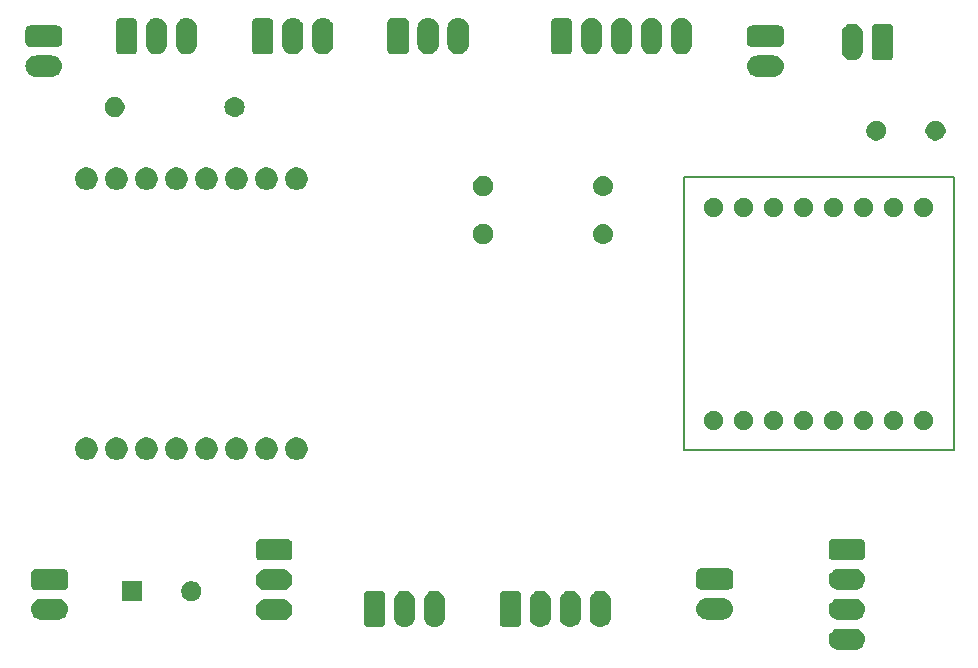
<source format=gbr>
%TF.GenerationSoftware,KiCad,Pcbnew,(5.1.4)-1*%
%TF.CreationDate,2020-08-23T14:24:33+08:00*%
%TF.ProjectId,Integrated-Control-Board-RevA,496e7465-6772-4617-9465-642d436f6e74,rev?*%
%TF.SameCoordinates,Original*%
%TF.FileFunction,Soldermask,Bot*%
%TF.FilePolarity,Negative*%
%FSLAX46Y46*%
G04 Gerber Fmt 4.6, Leading zero omitted, Abs format (unit mm)*
G04 Created by KiCad (PCBNEW (5.1.4)-1) date 2020-08-23 14:24:33*
%MOMM*%
%LPD*%
G04 APERTURE LIST*
%ADD10C,0.150000*%
%ADD11C,0.350000*%
G04 APERTURE END LIST*
D10*
X243540000Y-88960000D02*
X243540000Y-112070000D01*
X243540000Y-112070000D02*
X220680000Y-112070000D01*
X220680000Y-112070000D02*
X220680000Y-88960000D01*
X220680000Y-88960000D02*
X243540000Y-88960000D01*
D11*
G36*
X235260443Y-127185519D02*
G01*
X235326627Y-127192037D01*
X235496466Y-127243557D01*
X235652991Y-127327222D01*
X235688729Y-127356552D01*
X235790186Y-127439814D01*
X235873448Y-127541271D01*
X235902778Y-127577009D01*
X235986443Y-127733534D01*
X236037963Y-127903373D01*
X236055359Y-128080000D01*
X236037963Y-128256627D01*
X235986443Y-128426466D01*
X235902778Y-128582991D01*
X235873448Y-128618729D01*
X235790186Y-128720186D01*
X235688729Y-128803448D01*
X235652991Y-128832778D01*
X235496466Y-128916443D01*
X235326627Y-128967963D01*
X235260443Y-128974481D01*
X235194260Y-128981000D01*
X233805740Y-128981000D01*
X233739557Y-128974481D01*
X233673373Y-128967963D01*
X233503534Y-128916443D01*
X233347009Y-128832778D01*
X233311271Y-128803448D01*
X233209814Y-128720186D01*
X233126552Y-128618729D01*
X233097222Y-128582991D01*
X233013557Y-128426466D01*
X232962037Y-128256627D01*
X232944641Y-128080000D01*
X232962037Y-127903373D01*
X233013557Y-127733534D01*
X233097222Y-127577009D01*
X233126552Y-127541271D01*
X233209814Y-127439814D01*
X233311271Y-127356552D01*
X233347009Y-127327222D01*
X233503534Y-127243557D01*
X233673373Y-127192037D01*
X233739557Y-127185519D01*
X233805740Y-127179000D01*
X235194260Y-127179000D01*
X235260443Y-127185519D01*
X235260443Y-127185519D01*
G37*
G36*
X197216626Y-123962037D02*
G01*
X197386465Y-124013557D01*
X197386467Y-124013558D01*
X197542989Y-124097221D01*
X197680186Y-124209814D01*
X197763448Y-124311271D01*
X197792778Y-124347009D01*
X197876443Y-124503534D01*
X197927963Y-124673373D01*
X197927963Y-124673375D01*
X197941000Y-124805740D01*
X197941000Y-126194260D01*
X197938446Y-126220186D01*
X197927963Y-126326627D01*
X197876443Y-126496466D01*
X197792778Y-126652991D01*
X197763728Y-126688388D01*
X197680186Y-126790186D01*
X197578729Y-126873448D01*
X197542991Y-126902778D01*
X197386466Y-126986443D01*
X197216627Y-127037963D01*
X197040000Y-127055359D01*
X196863374Y-127037963D01*
X196693535Y-126986443D01*
X196537010Y-126902778D01*
X196501272Y-126873448D01*
X196399815Y-126790186D01*
X196316273Y-126688388D01*
X196287223Y-126652991D01*
X196203558Y-126496466D01*
X196152038Y-126326627D01*
X196141555Y-126220186D01*
X196139001Y-126194260D01*
X196139000Y-124805741D01*
X196152037Y-124673376D01*
X196152037Y-124673374D01*
X196203557Y-124503535D01*
X196257241Y-124403100D01*
X196287221Y-124347011D01*
X196399814Y-124209814D01*
X196507091Y-124121775D01*
X196537009Y-124097222D01*
X196693534Y-124013557D01*
X196863373Y-123962037D01*
X197040000Y-123944641D01*
X197216626Y-123962037D01*
X197216626Y-123962037D01*
G37*
G36*
X213796626Y-123962037D02*
G01*
X213966465Y-124013557D01*
X213966467Y-124013558D01*
X214122989Y-124097221D01*
X214260186Y-124209814D01*
X214343448Y-124311271D01*
X214372778Y-124347009D01*
X214456443Y-124503534D01*
X214507963Y-124673373D01*
X214507963Y-124673375D01*
X214521000Y-124805740D01*
X214521000Y-126194260D01*
X214518446Y-126220186D01*
X214507963Y-126326627D01*
X214456443Y-126496466D01*
X214372778Y-126652991D01*
X214343728Y-126688388D01*
X214260186Y-126790186D01*
X214158729Y-126873448D01*
X214122991Y-126902778D01*
X213966466Y-126986443D01*
X213796627Y-127037963D01*
X213620000Y-127055359D01*
X213443374Y-127037963D01*
X213273535Y-126986443D01*
X213117010Y-126902778D01*
X213081272Y-126873448D01*
X212979815Y-126790186D01*
X212896273Y-126688388D01*
X212867223Y-126652991D01*
X212783558Y-126496466D01*
X212732038Y-126326627D01*
X212721555Y-126220186D01*
X212719001Y-126194260D01*
X212719000Y-124805741D01*
X212732037Y-124673376D01*
X212732037Y-124673374D01*
X212783557Y-124503535D01*
X212837241Y-124403100D01*
X212867221Y-124347011D01*
X212979814Y-124209814D01*
X213087091Y-124121775D01*
X213117009Y-124097222D01*
X213273534Y-124013557D01*
X213443373Y-123962037D01*
X213620000Y-123944641D01*
X213796626Y-123962037D01*
X213796626Y-123962037D01*
G37*
G36*
X211256626Y-123962037D02*
G01*
X211426465Y-124013557D01*
X211426467Y-124013558D01*
X211582989Y-124097221D01*
X211720186Y-124209814D01*
X211803448Y-124311271D01*
X211832778Y-124347009D01*
X211916443Y-124503534D01*
X211967963Y-124673373D01*
X211967963Y-124673375D01*
X211981000Y-124805740D01*
X211981000Y-126194260D01*
X211978446Y-126220186D01*
X211967963Y-126326627D01*
X211916443Y-126496466D01*
X211832778Y-126652991D01*
X211803728Y-126688388D01*
X211720186Y-126790186D01*
X211618729Y-126873448D01*
X211582991Y-126902778D01*
X211426466Y-126986443D01*
X211256627Y-127037963D01*
X211080000Y-127055359D01*
X210903374Y-127037963D01*
X210733535Y-126986443D01*
X210577010Y-126902778D01*
X210541272Y-126873448D01*
X210439815Y-126790186D01*
X210356273Y-126688388D01*
X210327223Y-126652991D01*
X210243558Y-126496466D01*
X210192038Y-126326627D01*
X210181555Y-126220186D01*
X210179001Y-126194260D01*
X210179000Y-124805741D01*
X210192037Y-124673376D01*
X210192037Y-124673374D01*
X210243557Y-124503535D01*
X210297241Y-124403100D01*
X210327221Y-124347011D01*
X210439814Y-124209814D01*
X210547091Y-124121775D01*
X210577009Y-124097222D01*
X210733534Y-124013557D01*
X210903373Y-123962037D01*
X211080000Y-123944641D01*
X211256626Y-123962037D01*
X211256626Y-123962037D01*
G37*
G36*
X208716626Y-123962037D02*
G01*
X208886465Y-124013557D01*
X208886467Y-124013558D01*
X209042989Y-124097221D01*
X209180186Y-124209814D01*
X209263448Y-124311271D01*
X209292778Y-124347009D01*
X209376443Y-124503534D01*
X209427963Y-124673373D01*
X209427963Y-124673375D01*
X209441000Y-124805740D01*
X209441000Y-126194260D01*
X209438446Y-126220186D01*
X209427963Y-126326627D01*
X209376443Y-126496466D01*
X209292778Y-126652991D01*
X209263728Y-126688388D01*
X209180186Y-126790186D01*
X209078729Y-126873448D01*
X209042991Y-126902778D01*
X208886466Y-126986443D01*
X208716627Y-127037963D01*
X208540000Y-127055359D01*
X208363374Y-127037963D01*
X208193535Y-126986443D01*
X208037010Y-126902778D01*
X208001272Y-126873448D01*
X207899815Y-126790186D01*
X207816273Y-126688388D01*
X207787223Y-126652991D01*
X207703558Y-126496466D01*
X207652038Y-126326627D01*
X207641555Y-126220186D01*
X207639001Y-126194260D01*
X207639000Y-124805741D01*
X207652037Y-124673376D01*
X207652037Y-124673374D01*
X207703557Y-124503535D01*
X207757241Y-124403100D01*
X207787221Y-124347011D01*
X207899814Y-124209814D01*
X208007091Y-124121775D01*
X208037009Y-124097222D01*
X208193534Y-124013557D01*
X208363373Y-123962037D01*
X208540000Y-123944641D01*
X208716626Y-123962037D01*
X208716626Y-123962037D01*
G37*
G36*
X199756626Y-123962037D02*
G01*
X199926465Y-124013557D01*
X199926467Y-124013558D01*
X200082989Y-124097221D01*
X200220186Y-124209814D01*
X200303448Y-124311271D01*
X200332778Y-124347009D01*
X200416443Y-124503534D01*
X200467963Y-124673373D01*
X200467963Y-124673375D01*
X200481000Y-124805740D01*
X200481000Y-126194260D01*
X200478446Y-126220186D01*
X200467963Y-126326627D01*
X200416443Y-126496466D01*
X200332778Y-126652991D01*
X200303728Y-126688388D01*
X200220186Y-126790186D01*
X200118729Y-126873448D01*
X200082991Y-126902778D01*
X199926466Y-126986443D01*
X199756627Y-127037963D01*
X199580000Y-127055359D01*
X199403374Y-127037963D01*
X199233535Y-126986443D01*
X199077010Y-126902778D01*
X199041272Y-126873448D01*
X198939815Y-126790186D01*
X198856273Y-126688388D01*
X198827223Y-126652991D01*
X198743558Y-126496466D01*
X198692038Y-126326627D01*
X198681555Y-126220186D01*
X198679001Y-126194260D01*
X198679000Y-124805741D01*
X198692037Y-124673376D01*
X198692037Y-124673374D01*
X198743557Y-124503535D01*
X198797241Y-124403100D01*
X198827221Y-124347011D01*
X198939814Y-124209814D01*
X199047091Y-124121775D01*
X199077009Y-124097222D01*
X199233534Y-124013557D01*
X199403373Y-123962037D01*
X199580000Y-123944641D01*
X199756626Y-123962037D01*
X199756626Y-123962037D01*
G37*
G36*
X195088578Y-123957048D02*
G01*
X195161249Y-123979093D01*
X195228225Y-124014892D01*
X195286930Y-124063070D01*
X195335108Y-124121775D01*
X195370907Y-124188751D01*
X195392952Y-124261422D01*
X195401000Y-124343140D01*
X195401000Y-126656860D01*
X195392952Y-126738578D01*
X195370907Y-126811249D01*
X195335108Y-126878225D01*
X195286930Y-126936930D01*
X195228225Y-126985108D01*
X195161249Y-127020907D01*
X195088578Y-127042952D01*
X195006860Y-127051000D01*
X193993140Y-127051000D01*
X193911422Y-127042952D01*
X193838751Y-127020907D01*
X193771775Y-126985108D01*
X193713070Y-126936930D01*
X193664892Y-126878225D01*
X193629093Y-126811249D01*
X193607048Y-126738578D01*
X193599000Y-126656860D01*
X193599000Y-124343140D01*
X193607048Y-124261422D01*
X193629093Y-124188751D01*
X193664892Y-124121775D01*
X193713070Y-124063070D01*
X193771775Y-124014892D01*
X193838751Y-123979093D01*
X193911422Y-123957048D01*
X193993140Y-123949000D01*
X195006860Y-123949000D01*
X195088578Y-123957048D01*
X195088578Y-123957048D01*
G37*
G36*
X206588578Y-123957048D02*
G01*
X206661249Y-123979093D01*
X206728225Y-124014892D01*
X206786930Y-124063070D01*
X206835108Y-124121775D01*
X206870907Y-124188751D01*
X206892952Y-124261422D01*
X206901000Y-124343140D01*
X206901000Y-126656860D01*
X206892952Y-126738578D01*
X206870907Y-126811249D01*
X206835108Y-126878225D01*
X206786930Y-126936930D01*
X206728225Y-126985108D01*
X206661249Y-127020907D01*
X206588578Y-127042952D01*
X206506860Y-127051000D01*
X205493140Y-127051000D01*
X205411422Y-127042952D01*
X205338751Y-127020907D01*
X205271775Y-126985108D01*
X205213070Y-126936930D01*
X205164892Y-126878225D01*
X205129093Y-126811249D01*
X205107048Y-126738578D01*
X205099000Y-126656860D01*
X205099000Y-124343140D01*
X205107048Y-124261422D01*
X205129093Y-124188751D01*
X205164892Y-124121775D01*
X205213070Y-124063070D01*
X205271775Y-124014892D01*
X205338751Y-123979093D01*
X205411422Y-123957048D01*
X205493140Y-123949000D01*
X206506860Y-123949000D01*
X206588578Y-123957048D01*
X206588578Y-123957048D01*
G37*
G36*
X186760442Y-124685518D02*
G01*
X186826627Y-124692037D01*
X186996466Y-124743557D01*
X187152991Y-124827222D01*
X187181964Y-124851000D01*
X187290186Y-124939814D01*
X187369951Y-125037009D01*
X187402778Y-125077009D01*
X187486443Y-125233534D01*
X187537963Y-125403373D01*
X187555359Y-125580000D01*
X187537963Y-125756627D01*
X187486443Y-125926466D01*
X187402778Y-126082991D01*
X187373448Y-126118729D01*
X187290186Y-126220186D01*
X187201731Y-126292778D01*
X187152991Y-126332778D01*
X186996466Y-126416443D01*
X186826627Y-126467963D01*
X186760442Y-126474482D01*
X186694260Y-126481000D01*
X185305740Y-126481000D01*
X185239558Y-126474482D01*
X185173373Y-126467963D01*
X185003534Y-126416443D01*
X184847009Y-126332778D01*
X184798269Y-126292778D01*
X184709814Y-126220186D01*
X184626552Y-126118729D01*
X184597222Y-126082991D01*
X184513557Y-125926466D01*
X184462037Y-125756627D01*
X184444641Y-125580000D01*
X184462037Y-125403373D01*
X184513557Y-125233534D01*
X184597222Y-125077009D01*
X184630049Y-125037009D01*
X184709814Y-124939814D01*
X184818036Y-124851000D01*
X184847009Y-124827222D01*
X185003534Y-124743557D01*
X185173373Y-124692037D01*
X185239558Y-124685518D01*
X185305740Y-124679000D01*
X186694260Y-124679000D01*
X186760442Y-124685518D01*
X186760442Y-124685518D01*
G37*
G36*
X235260443Y-124645519D02*
G01*
X235326627Y-124652037D01*
X235496466Y-124703557D01*
X235652991Y-124787222D01*
X235688729Y-124816552D01*
X235790186Y-124899814D01*
X235869951Y-124997009D01*
X235902778Y-125037009D01*
X235986443Y-125193534D01*
X236037963Y-125363373D01*
X236055359Y-125540000D01*
X236037963Y-125716627D01*
X235986443Y-125886466D01*
X235902778Y-126042991D01*
X235873448Y-126078729D01*
X235790186Y-126180186D01*
X235701731Y-126252778D01*
X235652991Y-126292778D01*
X235496466Y-126376443D01*
X235326627Y-126427963D01*
X235260443Y-126434481D01*
X235194260Y-126441000D01*
X233805740Y-126441000D01*
X233739557Y-126434481D01*
X233673373Y-126427963D01*
X233503534Y-126376443D01*
X233347009Y-126292778D01*
X233298269Y-126252778D01*
X233209814Y-126180186D01*
X233126552Y-126078729D01*
X233097222Y-126042991D01*
X233013557Y-125886466D01*
X232962037Y-125716627D01*
X232944641Y-125540000D01*
X232962037Y-125363373D01*
X233013557Y-125193534D01*
X233097222Y-125037009D01*
X233130049Y-124997009D01*
X233209814Y-124899814D01*
X233311271Y-124816552D01*
X233347009Y-124787222D01*
X233503534Y-124703557D01*
X233673373Y-124652037D01*
X233739557Y-124645519D01*
X233805740Y-124639000D01*
X235194260Y-124639000D01*
X235260443Y-124645519D01*
X235260443Y-124645519D01*
G37*
G36*
X167760443Y-124645519D02*
G01*
X167826627Y-124652037D01*
X167996466Y-124703557D01*
X168152991Y-124787222D01*
X168188729Y-124816552D01*
X168290186Y-124899814D01*
X168369951Y-124997009D01*
X168402778Y-125037009D01*
X168486443Y-125193534D01*
X168537963Y-125363373D01*
X168555359Y-125540000D01*
X168537963Y-125716627D01*
X168486443Y-125886466D01*
X168402778Y-126042991D01*
X168373448Y-126078729D01*
X168290186Y-126180186D01*
X168201731Y-126252778D01*
X168152991Y-126292778D01*
X167996466Y-126376443D01*
X167826627Y-126427963D01*
X167760443Y-126434481D01*
X167694260Y-126441000D01*
X166305740Y-126441000D01*
X166239557Y-126434481D01*
X166173373Y-126427963D01*
X166003534Y-126376443D01*
X165847009Y-126292778D01*
X165798269Y-126252778D01*
X165709814Y-126180186D01*
X165626552Y-126078729D01*
X165597222Y-126042991D01*
X165513557Y-125886466D01*
X165462037Y-125716627D01*
X165444641Y-125540000D01*
X165462037Y-125363373D01*
X165513557Y-125193534D01*
X165597222Y-125037009D01*
X165630049Y-124997009D01*
X165709814Y-124899814D01*
X165811271Y-124816552D01*
X165847009Y-124787222D01*
X166003534Y-124703557D01*
X166173373Y-124652037D01*
X166239557Y-124645519D01*
X166305740Y-124639000D01*
X167694260Y-124639000D01*
X167760443Y-124645519D01*
X167760443Y-124645519D01*
G37*
G36*
X224060443Y-124605519D02*
G01*
X224126627Y-124612037D01*
X224296466Y-124663557D01*
X224452991Y-124747222D01*
X224461430Y-124754148D01*
X224590186Y-124859814D01*
X224655839Y-124939814D01*
X224702778Y-124997009D01*
X224786443Y-125153534D01*
X224837963Y-125323373D01*
X224855359Y-125500000D01*
X224837963Y-125676627D01*
X224786443Y-125846466D01*
X224702778Y-126002991D01*
X224673448Y-126038729D01*
X224590186Y-126140186D01*
X224492705Y-126220185D01*
X224452991Y-126252778D01*
X224296466Y-126336443D01*
X224126627Y-126387963D01*
X224060443Y-126394481D01*
X223994260Y-126401000D01*
X222605740Y-126401000D01*
X222539557Y-126394481D01*
X222473373Y-126387963D01*
X222303534Y-126336443D01*
X222147009Y-126252778D01*
X222107295Y-126220185D01*
X222009814Y-126140186D01*
X221926552Y-126038729D01*
X221897222Y-126002991D01*
X221813557Y-125846466D01*
X221762037Y-125676627D01*
X221744641Y-125500000D01*
X221762037Y-125323373D01*
X221813557Y-125153534D01*
X221897222Y-124997009D01*
X221944161Y-124939814D01*
X222009814Y-124859814D01*
X222138570Y-124754148D01*
X222147009Y-124747222D01*
X222303534Y-124663557D01*
X222473373Y-124612037D01*
X222539557Y-124605519D01*
X222605740Y-124599000D01*
X223994260Y-124599000D01*
X224060443Y-124605519D01*
X224060443Y-124605519D01*
G37*
G36*
X179248228Y-123181703D02*
G01*
X179403100Y-123245853D01*
X179542481Y-123338985D01*
X179661015Y-123457519D01*
X179754147Y-123596900D01*
X179818297Y-123751772D01*
X179851000Y-123916184D01*
X179851000Y-124083816D01*
X179818297Y-124248228D01*
X179754147Y-124403100D01*
X179661015Y-124542481D01*
X179542481Y-124661015D01*
X179403100Y-124754147D01*
X179248228Y-124818297D01*
X179083816Y-124851000D01*
X178916184Y-124851000D01*
X178751772Y-124818297D01*
X178596900Y-124754147D01*
X178457519Y-124661015D01*
X178338985Y-124542481D01*
X178245853Y-124403100D01*
X178181703Y-124248228D01*
X178149000Y-124083816D01*
X178149000Y-123916184D01*
X178181703Y-123751772D01*
X178245853Y-123596900D01*
X178338985Y-123457519D01*
X178457519Y-123338985D01*
X178596900Y-123245853D01*
X178751772Y-123181703D01*
X178916184Y-123149000D01*
X179083816Y-123149000D01*
X179248228Y-123181703D01*
X179248228Y-123181703D01*
G37*
G36*
X174851000Y-124851000D02*
G01*
X173149000Y-124851000D01*
X173149000Y-123149000D01*
X174851000Y-123149000D01*
X174851000Y-124851000D01*
X174851000Y-124851000D01*
G37*
G36*
X186760443Y-122145519D02*
G01*
X186826627Y-122152037D01*
X186996466Y-122203557D01*
X186996468Y-122203558D01*
X187047711Y-122230948D01*
X187152991Y-122287222D01*
X187188729Y-122316552D01*
X187290186Y-122399814D01*
X187369951Y-122497009D01*
X187402778Y-122537009D01*
X187486443Y-122693534D01*
X187537963Y-122863373D01*
X187555359Y-123040000D01*
X187537963Y-123216627D01*
X187498576Y-123346468D01*
X187486442Y-123386468D01*
X187452216Y-123450500D01*
X187402778Y-123542991D01*
X187373448Y-123578729D01*
X187290186Y-123680186D01*
X187208857Y-123746930D01*
X187152991Y-123792778D01*
X186996466Y-123876443D01*
X186826627Y-123927963D01*
X186760442Y-123934482D01*
X186694260Y-123941000D01*
X185305740Y-123941000D01*
X185239558Y-123934482D01*
X185173373Y-123927963D01*
X185003534Y-123876443D01*
X184847009Y-123792778D01*
X184791143Y-123746930D01*
X184709814Y-123680186D01*
X184626552Y-123578729D01*
X184597222Y-123542991D01*
X184547784Y-123450500D01*
X184513558Y-123386468D01*
X184501424Y-123346468D01*
X184462037Y-123216627D01*
X184444641Y-123040000D01*
X184462037Y-122863373D01*
X184513557Y-122693534D01*
X184597222Y-122537009D01*
X184630049Y-122497009D01*
X184709814Y-122399814D01*
X184811271Y-122316552D01*
X184847009Y-122287222D01*
X184952289Y-122230948D01*
X185003532Y-122203558D01*
X185003534Y-122203557D01*
X185173373Y-122152037D01*
X185239557Y-122145519D01*
X185305740Y-122139000D01*
X186694260Y-122139000D01*
X186760443Y-122145519D01*
X186760443Y-122145519D01*
G37*
G36*
X168238578Y-122107048D02*
G01*
X168311249Y-122129093D01*
X168378225Y-122164892D01*
X168436930Y-122213070D01*
X168485108Y-122271775D01*
X168520907Y-122338751D01*
X168542952Y-122411422D01*
X168551000Y-122493140D01*
X168551000Y-123506860D01*
X168542952Y-123588578D01*
X168520907Y-123661249D01*
X168485108Y-123728225D01*
X168436930Y-123786930D01*
X168378225Y-123835108D01*
X168311249Y-123870907D01*
X168238578Y-123892952D01*
X168156860Y-123901000D01*
X165843140Y-123901000D01*
X165761422Y-123892952D01*
X165688751Y-123870907D01*
X165621775Y-123835108D01*
X165563070Y-123786930D01*
X165514892Y-123728225D01*
X165479093Y-123661249D01*
X165457048Y-123588578D01*
X165449000Y-123506860D01*
X165449000Y-122493140D01*
X165457048Y-122411422D01*
X165479093Y-122338751D01*
X165514892Y-122271775D01*
X165563070Y-122213070D01*
X165621775Y-122164892D01*
X165688751Y-122129093D01*
X165761422Y-122107048D01*
X165843140Y-122099000D01*
X168156860Y-122099000D01*
X168238578Y-122107048D01*
X168238578Y-122107048D01*
G37*
G36*
X235260442Y-122105518D02*
G01*
X235326627Y-122112037D01*
X235496466Y-122163557D01*
X235496468Y-122163558D01*
X235517730Y-122174923D01*
X235652991Y-122247222D01*
X235682909Y-122271775D01*
X235790186Y-122359814D01*
X235873448Y-122461271D01*
X235902778Y-122497009D01*
X235986443Y-122653534D01*
X236037963Y-122823373D01*
X236055359Y-123000000D01*
X236037963Y-123176627D01*
X235986443Y-123346466D01*
X235902778Y-123502991D01*
X235873728Y-123538388D01*
X235790186Y-123640186D01*
X235688729Y-123723448D01*
X235652991Y-123752778D01*
X235496466Y-123836443D01*
X235326627Y-123887963D01*
X235282145Y-123892344D01*
X235194260Y-123901000D01*
X233805740Y-123901000D01*
X233717855Y-123892344D01*
X233673373Y-123887963D01*
X233503534Y-123836443D01*
X233347009Y-123752778D01*
X233311271Y-123723448D01*
X233209814Y-123640186D01*
X233126272Y-123538388D01*
X233097222Y-123502991D01*
X233013557Y-123346466D01*
X232962037Y-123176627D01*
X232944641Y-123000000D01*
X232962037Y-122823373D01*
X233013557Y-122653534D01*
X233097222Y-122497009D01*
X233126552Y-122461271D01*
X233209814Y-122359814D01*
X233317091Y-122271775D01*
X233347009Y-122247222D01*
X233482270Y-122174923D01*
X233503532Y-122163558D01*
X233503534Y-122163557D01*
X233673373Y-122112037D01*
X233739558Y-122105518D01*
X233805740Y-122099000D01*
X235194260Y-122099000D01*
X235260442Y-122105518D01*
X235260442Y-122105518D01*
G37*
G36*
X224538578Y-122067048D02*
G01*
X224611249Y-122089093D01*
X224678225Y-122124892D01*
X224736930Y-122173070D01*
X224785108Y-122231775D01*
X224820907Y-122298751D01*
X224842952Y-122371422D01*
X224851000Y-122453140D01*
X224851000Y-123466860D01*
X224842952Y-123548578D01*
X224820907Y-123621249D01*
X224785108Y-123688225D01*
X224736930Y-123746930D01*
X224678225Y-123795108D01*
X224611249Y-123830907D01*
X224538578Y-123852952D01*
X224456860Y-123861000D01*
X222143140Y-123861000D01*
X222061422Y-123852952D01*
X221988751Y-123830907D01*
X221921775Y-123795108D01*
X221863070Y-123746930D01*
X221814892Y-123688225D01*
X221779093Y-123621249D01*
X221757048Y-123548578D01*
X221749000Y-123466860D01*
X221749000Y-122453140D01*
X221757048Y-122371422D01*
X221779093Y-122298751D01*
X221814892Y-122231775D01*
X221863070Y-122173070D01*
X221921775Y-122124892D01*
X221988751Y-122089093D01*
X222061422Y-122067048D01*
X222143140Y-122059000D01*
X224456860Y-122059000D01*
X224538578Y-122067048D01*
X224538578Y-122067048D01*
G37*
G36*
X187238578Y-119607048D02*
G01*
X187311249Y-119629093D01*
X187378225Y-119664892D01*
X187436930Y-119713070D01*
X187485108Y-119771775D01*
X187520907Y-119838751D01*
X187542952Y-119911422D01*
X187551000Y-119993140D01*
X187551000Y-121006860D01*
X187542952Y-121088578D01*
X187520907Y-121161249D01*
X187485108Y-121228225D01*
X187436930Y-121286930D01*
X187378225Y-121335108D01*
X187311249Y-121370907D01*
X187238578Y-121392952D01*
X187156860Y-121401000D01*
X184843140Y-121401000D01*
X184761422Y-121392952D01*
X184688751Y-121370907D01*
X184621775Y-121335108D01*
X184563070Y-121286930D01*
X184514892Y-121228225D01*
X184479093Y-121161249D01*
X184457048Y-121088578D01*
X184449000Y-121006860D01*
X184449000Y-119993140D01*
X184457048Y-119911422D01*
X184479093Y-119838751D01*
X184514892Y-119771775D01*
X184563070Y-119713070D01*
X184621775Y-119664892D01*
X184688751Y-119629093D01*
X184761422Y-119607048D01*
X184843140Y-119599000D01*
X187156860Y-119599000D01*
X187238578Y-119607048D01*
X187238578Y-119607048D01*
G37*
G36*
X235738578Y-119567048D02*
G01*
X235811249Y-119589093D01*
X235878225Y-119624892D01*
X235936930Y-119673070D01*
X235985108Y-119731775D01*
X236020907Y-119798751D01*
X236042952Y-119871422D01*
X236051000Y-119953140D01*
X236051000Y-120966860D01*
X236042952Y-121048578D01*
X236020907Y-121121249D01*
X235985108Y-121188225D01*
X235936930Y-121246930D01*
X235878225Y-121295108D01*
X235811249Y-121330907D01*
X235738578Y-121352952D01*
X235656860Y-121361000D01*
X233343140Y-121361000D01*
X233261422Y-121352952D01*
X233188751Y-121330907D01*
X233121775Y-121295108D01*
X233063070Y-121246930D01*
X233014892Y-121188225D01*
X232979093Y-121121249D01*
X232957048Y-121048578D01*
X232949000Y-120966860D01*
X232949000Y-119953140D01*
X232957048Y-119871422D01*
X232979093Y-119798751D01*
X233014892Y-119731775D01*
X233063070Y-119673070D01*
X233121775Y-119624892D01*
X233188751Y-119589093D01*
X233261422Y-119567048D01*
X233343140Y-119559000D01*
X235656860Y-119559000D01*
X235738578Y-119567048D01*
X235738578Y-119567048D01*
G37*
G36*
X172927395Y-111015546D02*
G01*
X173100466Y-111087234D01*
X173100467Y-111087235D01*
X173256227Y-111191310D01*
X173388690Y-111323773D01*
X173388691Y-111323775D01*
X173492766Y-111479534D01*
X173564454Y-111652605D01*
X173601000Y-111836333D01*
X173601000Y-112023667D01*
X173564454Y-112207395D01*
X173492766Y-112380466D01*
X173492765Y-112380467D01*
X173388690Y-112536227D01*
X173256227Y-112668690D01*
X173177818Y-112721081D01*
X173100466Y-112772766D01*
X172927395Y-112844454D01*
X172743667Y-112881000D01*
X172556333Y-112881000D01*
X172372605Y-112844454D01*
X172199534Y-112772766D01*
X172122182Y-112721081D01*
X172043773Y-112668690D01*
X171911310Y-112536227D01*
X171807235Y-112380467D01*
X171807234Y-112380466D01*
X171735546Y-112207395D01*
X171699000Y-112023667D01*
X171699000Y-111836333D01*
X171735546Y-111652605D01*
X171807234Y-111479534D01*
X171911309Y-111323775D01*
X171911310Y-111323773D01*
X172043773Y-111191310D01*
X172199533Y-111087235D01*
X172199534Y-111087234D01*
X172372605Y-111015546D01*
X172556333Y-110979000D01*
X172743667Y-110979000D01*
X172927395Y-111015546D01*
X172927395Y-111015546D01*
G37*
G36*
X188167395Y-111015546D02*
G01*
X188340466Y-111087234D01*
X188340467Y-111087235D01*
X188496227Y-111191310D01*
X188628690Y-111323773D01*
X188628691Y-111323775D01*
X188732766Y-111479534D01*
X188804454Y-111652605D01*
X188841000Y-111836333D01*
X188841000Y-112023667D01*
X188804454Y-112207395D01*
X188732766Y-112380466D01*
X188732765Y-112380467D01*
X188628690Y-112536227D01*
X188496227Y-112668690D01*
X188417818Y-112721081D01*
X188340466Y-112772766D01*
X188167395Y-112844454D01*
X187983667Y-112881000D01*
X187796333Y-112881000D01*
X187612605Y-112844454D01*
X187439534Y-112772766D01*
X187362182Y-112721081D01*
X187283773Y-112668690D01*
X187151310Y-112536227D01*
X187047235Y-112380467D01*
X187047234Y-112380466D01*
X186975546Y-112207395D01*
X186939000Y-112023667D01*
X186939000Y-111836333D01*
X186975546Y-111652605D01*
X187047234Y-111479534D01*
X187151309Y-111323775D01*
X187151310Y-111323773D01*
X187283773Y-111191310D01*
X187439533Y-111087235D01*
X187439534Y-111087234D01*
X187612605Y-111015546D01*
X187796333Y-110979000D01*
X187983667Y-110979000D01*
X188167395Y-111015546D01*
X188167395Y-111015546D01*
G37*
G36*
X185627395Y-111015546D02*
G01*
X185800466Y-111087234D01*
X185800467Y-111087235D01*
X185956227Y-111191310D01*
X186088690Y-111323773D01*
X186088691Y-111323775D01*
X186192766Y-111479534D01*
X186264454Y-111652605D01*
X186301000Y-111836333D01*
X186301000Y-112023667D01*
X186264454Y-112207395D01*
X186192766Y-112380466D01*
X186192765Y-112380467D01*
X186088690Y-112536227D01*
X185956227Y-112668690D01*
X185877818Y-112721081D01*
X185800466Y-112772766D01*
X185627395Y-112844454D01*
X185443667Y-112881000D01*
X185256333Y-112881000D01*
X185072605Y-112844454D01*
X184899534Y-112772766D01*
X184822182Y-112721081D01*
X184743773Y-112668690D01*
X184611310Y-112536227D01*
X184507235Y-112380467D01*
X184507234Y-112380466D01*
X184435546Y-112207395D01*
X184399000Y-112023667D01*
X184399000Y-111836333D01*
X184435546Y-111652605D01*
X184507234Y-111479534D01*
X184611309Y-111323775D01*
X184611310Y-111323773D01*
X184743773Y-111191310D01*
X184899533Y-111087235D01*
X184899534Y-111087234D01*
X185072605Y-111015546D01*
X185256333Y-110979000D01*
X185443667Y-110979000D01*
X185627395Y-111015546D01*
X185627395Y-111015546D01*
G37*
G36*
X183087395Y-111015546D02*
G01*
X183260466Y-111087234D01*
X183260467Y-111087235D01*
X183416227Y-111191310D01*
X183548690Y-111323773D01*
X183548691Y-111323775D01*
X183652766Y-111479534D01*
X183724454Y-111652605D01*
X183761000Y-111836333D01*
X183761000Y-112023667D01*
X183724454Y-112207395D01*
X183652766Y-112380466D01*
X183652765Y-112380467D01*
X183548690Y-112536227D01*
X183416227Y-112668690D01*
X183337818Y-112721081D01*
X183260466Y-112772766D01*
X183087395Y-112844454D01*
X182903667Y-112881000D01*
X182716333Y-112881000D01*
X182532605Y-112844454D01*
X182359534Y-112772766D01*
X182282182Y-112721081D01*
X182203773Y-112668690D01*
X182071310Y-112536227D01*
X181967235Y-112380467D01*
X181967234Y-112380466D01*
X181895546Y-112207395D01*
X181859000Y-112023667D01*
X181859000Y-111836333D01*
X181895546Y-111652605D01*
X181967234Y-111479534D01*
X182071309Y-111323775D01*
X182071310Y-111323773D01*
X182203773Y-111191310D01*
X182359533Y-111087235D01*
X182359534Y-111087234D01*
X182532605Y-111015546D01*
X182716333Y-110979000D01*
X182903667Y-110979000D01*
X183087395Y-111015546D01*
X183087395Y-111015546D01*
G37*
G36*
X178007395Y-111015546D02*
G01*
X178180466Y-111087234D01*
X178180467Y-111087235D01*
X178336227Y-111191310D01*
X178468690Y-111323773D01*
X178468691Y-111323775D01*
X178572766Y-111479534D01*
X178644454Y-111652605D01*
X178681000Y-111836333D01*
X178681000Y-112023667D01*
X178644454Y-112207395D01*
X178572766Y-112380466D01*
X178572765Y-112380467D01*
X178468690Y-112536227D01*
X178336227Y-112668690D01*
X178257818Y-112721081D01*
X178180466Y-112772766D01*
X178007395Y-112844454D01*
X177823667Y-112881000D01*
X177636333Y-112881000D01*
X177452605Y-112844454D01*
X177279534Y-112772766D01*
X177202182Y-112721081D01*
X177123773Y-112668690D01*
X176991310Y-112536227D01*
X176887235Y-112380467D01*
X176887234Y-112380466D01*
X176815546Y-112207395D01*
X176779000Y-112023667D01*
X176779000Y-111836333D01*
X176815546Y-111652605D01*
X176887234Y-111479534D01*
X176991309Y-111323775D01*
X176991310Y-111323773D01*
X177123773Y-111191310D01*
X177279533Y-111087235D01*
X177279534Y-111087234D01*
X177452605Y-111015546D01*
X177636333Y-110979000D01*
X177823667Y-110979000D01*
X178007395Y-111015546D01*
X178007395Y-111015546D01*
G37*
G36*
X175467395Y-111015546D02*
G01*
X175640466Y-111087234D01*
X175640467Y-111087235D01*
X175796227Y-111191310D01*
X175928690Y-111323773D01*
X175928691Y-111323775D01*
X176032766Y-111479534D01*
X176104454Y-111652605D01*
X176141000Y-111836333D01*
X176141000Y-112023667D01*
X176104454Y-112207395D01*
X176032766Y-112380466D01*
X176032765Y-112380467D01*
X175928690Y-112536227D01*
X175796227Y-112668690D01*
X175717818Y-112721081D01*
X175640466Y-112772766D01*
X175467395Y-112844454D01*
X175283667Y-112881000D01*
X175096333Y-112881000D01*
X174912605Y-112844454D01*
X174739534Y-112772766D01*
X174662182Y-112721081D01*
X174583773Y-112668690D01*
X174451310Y-112536227D01*
X174347235Y-112380467D01*
X174347234Y-112380466D01*
X174275546Y-112207395D01*
X174239000Y-112023667D01*
X174239000Y-111836333D01*
X174275546Y-111652605D01*
X174347234Y-111479534D01*
X174451309Y-111323775D01*
X174451310Y-111323773D01*
X174583773Y-111191310D01*
X174739533Y-111087235D01*
X174739534Y-111087234D01*
X174912605Y-111015546D01*
X175096333Y-110979000D01*
X175283667Y-110979000D01*
X175467395Y-111015546D01*
X175467395Y-111015546D01*
G37*
G36*
X170387395Y-111015546D02*
G01*
X170560466Y-111087234D01*
X170560467Y-111087235D01*
X170716227Y-111191310D01*
X170848690Y-111323773D01*
X170848691Y-111323775D01*
X170952766Y-111479534D01*
X171024454Y-111652605D01*
X171061000Y-111836333D01*
X171061000Y-112023667D01*
X171024454Y-112207395D01*
X170952766Y-112380466D01*
X170952765Y-112380467D01*
X170848690Y-112536227D01*
X170716227Y-112668690D01*
X170637818Y-112721081D01*
X170560466Y-112772766D01*
X170387395Y-112844454D01*
X170203667Y-112881000D01*
X170016333Y-112881000D01*
X169832605Y-112844454D01*
X169659534Y-112772766D01*
X169582182Y-112721081D01*
X169503773Y-112668690D01*
X169371310Y-112536227D01*
X169267235Y-112380467D01*
X169267234Y-112380466D01*
X169195546Y-112207395D01*
X169159000Y-112023667D01*
X169159000Y-111836333D01*
X169195546Y-111652605D01*
X169267234Y-111479534D01*
X169371309Y-111323775D01*
X169371310Y-111323773D01*
X169503773Y-111191310D01*
X169659533Y-111087235D01*
X169659534Y-111087234D01*
X169832605Y-111015546D01*
X170016333Y-110979000D01*
X170203667Y-110979000D01*
X170387395Y-111015546D01*
X170387395Y-111015546D01*
G37*
G36*
X180547395Y-111015546D02*
G01*
X180720466Y-111087234D01*
X180720467Y-111087235D01*
X180876227Y-111191310D01*
X181008690Y-111323773D01*
X181008691Y-111323775D01*
X181112766Y-111479534D01*
X181184454Y-111652605D01*
X181221000Y-111836333D01*
X181221000Y-112023667D01*
X181184454Y-112207395D01*
X181112766Y-112380466D01*
X181112765Y-112380467D01*
X181008690Y-112536227D01*
X180876227Y-112668690D01*
X180797818Y-112721081D01*
X180720466Y-112772766D01*
X180547395Y-112844454D01*
X180363667Y-112881000D01*
X180176333Y-112881000D01*
X179992605Y-112844454D01*
X179819534Y-112772766D01*
X179742182Y-112721081D01*
X179663773Y-112668690D01*
X179531310Y-112536227D01*
X179427235Y-112380467D01*
X179427234Y-112380466D01*
X179355546Y-112207395D01*
X179319000Y-112023667D01*
X179319000Y-111836333D01*
X179355546Y-111652605D01*
X179427234Y-111479534D01*
X179531309Y-111323775D01*
X179531310Y-111323773D01*
X179663773Y-111191310D01*
X179819533Y-111087235D01*
X179819534Y-111087234D01*
X179992605Y-111015546D01*
X180176333Y-110979000D01*
X180363667Y-110979000D01*
X180547395Y-111015546D01*
X180547395Y-111015546D01*
G37*
G36*
X236157142Y-108748242D02*
G01*
X236305101Y-108809529D01*
X236438255Y-108898499D01*
X236551501Y-109011745D01*
X236640471Y-109144899D01*
X236701758Y-109292858D01*
X236733000Y-109449925D01*
X236733000Y-109610075D01*
X236701758Y-109767142D01*
X236640471Y-109915101D01*
X236551501Y-110048255D01*
X236438255Y-110161501D01*
X236305101Y-110250471D01*
X236157142Y-110311758D01*
X236000075Y-110343000D01*
X235839925Y-110343000D01*
X235682858Y-110311758D01*
X235534899Y-110250471D01*
X235401745Y-110161501D01*
X235288499Y-110048255D01*
X235199529Y-109915101D01*
X235138242Y-109767142D01*
X235107000Y-109610075D01*
X235107000Y-109449925D01*
X235138242Y-109292858D01*
X235199529Y-109144899D01*
X235288499Y-109011745D01*
X235401745Y-108898499D01*
X235534899Y-108809529D01*
X235682858Y-108748242D01*
X235839925Y-108717000D01*
X236000075Y-108717000D01*
X236157142Y-108748242D01*
X236157142Y-108748242D01*
G37*
G36*
X241237142Y-108748242D02*
G01*
X241385101Y-108809529D01*
X241518255Y-108898499D01*
X241631501Y-109011745D01*
X241720471Y-109144899D01*
X241781758Y-109292858D01*
X241813000Y-109449925D01*
X241813000Y-109610075D01*
X241781758Y-109767142D01*
X241720471Y-109915101D01*
X241631501Y-110048255D01*
X241518255Y-110161501D01*
X241385101Y-110250471D01*
X241237142Y-110311758D01*
X241080075Y-110343000D01*
X240919925Y-110343000D01*
X240762858Y-110311758D01*
X240614899Y-110250471D01*
X240481745Y-110161501D01*
X240368499Y-110048255D01*
X240279529Y-109915101D01*
X240218242Y-109767142D01*
X240187000Y-109610075D01*
X240187000Y-109449925D01*
X240218242Y-109292858D01*
X240279529Y-109144899D01*
X240368499Y-109011745D01*
X240481745Y-108898499D01*
X240614899Y-108809529D01*
X240762858Y-108748242D01*
X240919925Y-108717000D01*
X241080075Y-108717000D01*
X241237142Y-108748242D01*
X241237142Y-108748242D01*
G37*
G36*
X238697142Y-108748242D02*
G01*
X238845101Y-108809529D01*
X238978255Y-108898499D01*
X239091501Y-109011745D01*
X239180471Y-109144899D01*
X239241758Y-109292858D01*
X239273000Y-109449925D01*
X239273000Y-109610075D01*
X239241758Y-109767142D01*
X239180471Y-109915101D01*
X239091501Y-110048255D01*
X238978255Y-110161501D01*
X238845101Y-110250471D01*
X238697142Y-110311758D01*
X238540075Y-110343000D01*
X238379925Y-110343000D01*
X238222858Y-110311758D01*
X238074899Y-110250471D01*
X237941745Y-110161501D01*
X237828499Y-110048255D01*
X237739529Y-109915101D01*
X237678242Y-109767142D01*
X237647000Y-109610075D01*
X237647000Y-109449925D01*
X237678242Y-109292858D01*
X237739529Y-109144899D01*
X237828499Y-109011745D01*
X237941745Y-108898499D01*
X238074899Y-108809529D01*
X238222858Y-108748242D01*
X238379925Y-108717000D01*
X238540075Y-108717000D01*
X238697142Y-108748242D01*
X238697142Y-108748242D01*
G37*
G36*
X233617142Y-108748242D02*
G01*
X233765101Y-108809529D01*
X233898255Y-108898499D01*
X234011501Y-109011745D01*
X234100471Y-109144899D01*
X234161758Y-109292858D01*
X234193000Y-109449925D01*
X234193000Y-109610075D01*
X234161758Y-109767142D01*
X234100471Y-109915101D01*
X234011501Y-110048255D01*
X233898255Y-110161501D01*
X233765101Y-110250471D01*
X233617142Y-110311758D01*
X233460075Y-110343000D01*
X233299925Y-110343000D01*
X233142858Y-110311758D01*
X232994899Y-110250471D01*
X232861745Y-110161501D01*
X232748499Y-110048255D01*
X232659529Y-109915101D01*
X232598242Y-109767142D01*
X232567000Y-109610075D01*
X232567000Y-109449925D01*
X232598242Y-109292858D01*
X232659529Y-109144899D01*
X232748499Y-109011745D01*
X232861745Y-108898499D01*
X232994899Y-108809529D01*
X233142858Y-108748242D01*
X233299925Y-108717000D01*
X233460075Y-108717000D01*
X233617142Y-108748242D01*
X233617142Y-108748242D01*
G37*
G36*
X231077142Y-108748242D02*
G01*
X231225101Y-108809529D01*
X231358255Y-108898499D01*
X231471501Y-109011745D01*
X231560471Y-109144899D01*
X231621758Y-109292858D01*
X231653000Y-109449925D01*
X231653000Y-109610075D01*
X231621758Y-109767142D01*
X231560471Y-109915101D01*
X231471501Y-110048255D01*
X231358255Y-110161501D01*
X231225101Y-110250471D01*
X231077142Y-110311758D01*
X230920075Y-110343000D01*
X230759925Y-110343000D01*
X230602858Y-110311758D01*
X230454899Y-110250471D01*
X230321745Y-110161501D01*
X230208499Y-110048255D01*
X230119529Y-109915101D01*
X230058242Y-109767142D01*
X230027000Y-109610075D01*
X230027000Y-109449925D01*
X230058242Y-109292858D01*
X230119529Y-109144899D01*
X230208499Y-109011745D01*
X230321745Y-108898499D01*
X230454899Y-108809529D01*
X230602858Y-108748242D01*
X230759925Y-108717000D01*
X230920075Y-108717000D01*
X231077142Y-108748242D01*
X231077142Y-108748242D01*
G37*
G36*
X228537142Y-108748242D02*
G01*
X228685101Y-108809529D01*
X228818255Y-108898499D01*
X228931501Y-109011745D01*
X229020471Y-109144899D01*
X229081758Y-109292858D01*
X229113000Y-109449925D01*
X229113000Y-109610075D01*
X229081758Y-109767142D01*
X229020471Y-109915101D01*
X228931501Y-110048255D01*
X228818255Y-110161501D01*
X228685101Y-110250471D01*
X228537142Y-110311758D01*
X228380075Y-110343000D01*
X228219925Y-110343000D01*
X228062858Y-110311758D01*
X227914899Y-110250471D01*
X227781745Y-110161501D01*
X227668499Y-110048255D01*
X227579529Y-109915101D01*
X227518242Y-109767142D01*
X227487000Y-109610075D01*
X227487000Y-109449925D01*
X227518242Y-109292858D01*
X227579529Y-109144899D01*
X227668499Y-109011745D01*
X227781745Y-108898499D01*
X227914899Y-108809529D01*
X228062858Y-108748242D01*
X228219925Y-108717000D01*
X228380075Y-108717000D01*
X228537142Y-108748242D01*
X228537142Y-108748242D01*
G37*
G36*
X223457142Y-108748242D02*
G01*
X223605101Y-108809529D01*
X223738255Y-108898499D01*
X223851501Y-109011745D01*
X223940471Y-109144899D01*
X224001758Y-109292858D01*
X224033000Y-109449925D01*
X224033000Y-109610075D01*
X224001758Y-109767142D01*
X223940471Y-109915101D01*
X223851501Y-110048255D01*
X223738255Y-110161501D01*
X223605101Y-110250471D01*
X223457142Y-110311758D01*
X223300075Y-110343000D01*
X223139925Y-110343000D01*
X222982858Y-110311758D01*
X222834899Y-110250471D01*
X222701745Y-110161501D01*
X222588499Y-110048255D01*
X222499529Y-109915101D01*
X222438242Y-109767142D01*
X222407000Y-109610075D01*
X222407000Y-109449925D01*
X222438242Y-109292858D01*
X222499529Y-109144899D01*
X222588499Y-109011745D01*
X222701745Y-108898499D01*
X222834899Y-108809529D01*
X222982858Y-108748242D01*
X223139925Y-108717000D01*
X223300075Y-108717000D01*
X223457142Y-108748242D01*
X223457142Y-108748242D01*
G37*
G36*
X225997142Y-108748242D02*
G01*
X226145101Y-108809529D01*
X226278255Y-108898499D01*
X226391501Y-109011745D01*
X226480471Y-109144899D01*
X226541758Y-109292858D01*
X226573000Y-109449925D01*
X226573000Y-109610075D01*
X226541758Y-109767142D01*
X226480471Y-109915101D01*
X226391501Y-110048255D01*
X226278255Y-110161501D01*
X226145101Y-110250471D01*
X225997142Y-110311758D01*
X225840075Y-110343000D01*
X225679925Y-110343000D01*
X225522858Y-110311758D01*
X225374899Y-110250471D01*
X225241745Y-110161501D01*
X225128499Y-110048255D01*
X225039529Y-109915101D01*
X224978242Y-109767142D01*
X224947000Y-109610075D01*
X224947000Y-109449925D01*
X224978242Y-109292858D01*
X225039529Y-109144899D01*
X225128499Y-109011745D01*
X225241745Y-108898499D01*
X225374899Y-108809529D01*
X225522858Y-108748242D01*
X225679925Y-108717000D01*
X225840075Y-108717000D01*
X225997142Y-108748242D01*
X225997142Y-108748242D01*
G37*
G36*
X203948228Y-92931703D02*
G01*
X204103100Y-92995853D01*
X204242481Y-93088985D01*
X204361015Y-93207519D01*
X204454147Y-93346900D01*
X204518297Y-93501772D01*
X204551000Y-93666184D01*
X204551000Y-93833816D01*
X204518297Y-93998228D01*
X204454147Y-94153100D01*
X204361015Y-94292481D01*
X204242481Y-94411015D01*
X204103100Y-94504147D01*
X203948228Y-94568297D01*
X203783816Y-94601000D01*
X203616184Y-94601000D01*
X203451772Y-94568297D01*
X203296900Y-94504147D01*
X203157519Y-94411015D01*
X203038985Y-94292481D01*
X202945853Y-94153100D01*
X202881703Y-93998228D01*
X202849000Y-93833816D01*
X202849000Y-93666184D01*
X202881703Y-93501772D01*
X202945853Y-93346900D01*
X203038985Y-93207519D01*
X203157519Y-93088985D01*
X203296900Y-92995853D01*
X203451772Y-92931703D01*
X203616184Y-92899000D01*
X203783816Y-92899000D01*
X203948228Y-92931703D01*
X203948228Y-92931703D01*
G37*
G36*
X214026823Y-92911313D02*
G01*
X214187242Y-92959976D01*
X214254361Y-92995852D01*
X214335078Y-93038996D01*
X214464659Y-93145341D01*
X214571004Y-93274922D01*
X214571005Y-93274924D01*
X214650024Y-93422758D01*
X214698687Y-93583177D01*
X214715117Y-93750000D01*
X214698687Y-93916823D01*
X214650024Y-94077242D01*
X214609477Y-94153100D01*
X214571004Y-94225078D01*
X214464659Y-94354659D01*
X214335078Y-94461004D01*
X214335076Y-94461005D01*
X214187242Y-94540024D01*
X214026823Y-94588687D01*
X213901804Y-94601000D01*
X213818196Y-94601000D01*
X213693177Y-94588687D01*
X213532758Y-94540024D01*
X213384924Y-94461005D01*
X213384922Y-94461004D01*
X213255341Y-94354659D01*
X213148996Y-94225078D01*
X213110523Y-94153100D01*
X213069976Y-94077242D01*
X213021313Y-93916823D01*
X213004883Y-93750000D01*
X213021313Y-93583177D01*
X213069976Y-93422758D01*
X213148995Y-93274924D01*
X213148996Y-93274922D01*
X213255341Y-93145341D01*
X213384922Y-93038996D01*
X213465639Y-92995852D01*
X213532758Y-92959976D01*
X213693177Y-92911313D01*
X213818196Y-92899000D01*
X213901804Y-92899000D01*
X214026823Y-92911313D01*
X214026823Y-92911313D01*
G37*
G36*
X233617142Y-90718242D02*
G01*
X233765101Y-90779529D01*
X233898255Y-90868499D01*
X234011501Y-90981745D01*
X234100471Y-91114899D01*
X234161758Y-91262858D01*
X234193000Y-91419925D01*
X234193000Y-91580075D01*
X234161758Y-91737142D01*
X234100471Y-91885101D01*
X234011501Y-92018255D01*
X233898255Y-92131501D01*
X233765101Y-92220471D01*
X233617142Y-92281758D01*
X233460075Y-92313000D01*
X233299925Y-92313000D01*
X233142858Y-92281758D01*
X232994899Y-92220471D01*
X232861745Y-92131501D01*
X232748499Y-92018255D01*
X232659529Y-91885101D01*
X232598242Y-91737142D01*
X232567000Y-91580075D01*
X232567000Y-91419925D01*
X232598242Y-91262858D01*
X232659529Y-91114899D01*
X232748499Y-90981745D01*
X232861745Y-90868499D01*
X232994899Y-90779529D01*
X233142858Y-90718242D01*
X233299925Y-90687000D01*
X233460075Y-90687000D01*
X233617142Y-90718242D01*
X233617142Y-90718242D01*
G37*
G36*
X241237142Y-90718242D02*
G01*
X241385101Y-90779529D01*
X241518255Y-90868499D01*
X241631501Y-90981745D01*
X241720471Y-91114899D01*
X241781758Y-91262858D01*
X241813000Y-91419925D01*
X241813000Y-91580075D01*
X241781758Y-91737142D01*
X241720471Y-91885101D01*
X241631501Y-92018255D01*
X241518255Y-92131501D01*
X241385101Y-92220471D01*
X241237142Y-92281758D01*
X241080075Y-92313000D01*
X240919925Y-92313000D01*
X240762858Y-92281758D01*
X240614899Y-92220471D01*
X240481745Y-92131501D01*
X240368499Y-92018255D01*
X240279529Y-91885101D01*
X240218242Y-91737142D01*
X240187000Y-91580075D01*
X240187000Y-91419925D01*
X240218242Y-91262858D01*
X240279529Y-91114899D01*
X240368499Y-90981745D01*
X240481745Y-90868499D01*
X240614899Y-90779529D01*
X240762858Y-90718242D01*
X240919925Y-90687000D01*
X241080075Y-90687000D01*
X241237142Y-90718242D01*
X241237142Y-90718242D01*
G37*
G36*
X231077142Y-90718242D02*
G01*
X231225101Y-90779529D01*
X231358255Y-90868499D01*
X231471501Y-90981745D01*
X231560471Y-91114899D01*
X231621758Y-91262858D01*
X231653000Y-91419925D01*
X231653000Y-91580075D01*
X231621758Y-91737142D01*
X231560471Y-91885101D01*
X231471501Y-92018255D01*
X231358255Y-92131501D01*
X231225101Y-92220471D01*
X231077142Y-92281758D01*
X230920075Y-92313000D01*
X230759925Y-92313000D01*
X230602858Y-92281758D01*
X230454899Y-92220471D01*
X230321745Y-92131501D01*
X230208499Y-92018255D01*
X230119529Y-91885101D01*
X230058242Y-91737142D01*
X230027000Y-91580075D01*
X230027000Y-91419925D01*
X230058242Y-91262858D01*
X230119529Y-91114899D01*
X230208499Y-90981745D01*
X230321745Y-90868499D01*
X230454899Y-90779529D01*
X230602858Y-90718242D01*
X230759925Y-90687000D01*
X230920075Y-90687000D01*
X231077142Y-90718242D01*
X231077142Y-90718242D01*
G37*
G36*
X236157142Y-90718242D02*
G01*
X236305101Y-90779529D01*
X236438255Y-90868499D01*
X236551501Y-90981745D01*
X236640471Y-91114899D01*
X236701758Y-91262858D01*
X236733000Y-91419925D01*
X236733000Y-91580075D01*
X236701758Y-91737142D01*
X236640471Y-91885101D01*
X236551501Y-92018255D01*
X236438255Y-92131501D01*
X236305101Y-92220471D01*
X236157142Y-92281758D01*
X236000075Y-92313000D01*
X235839925Y-92313000D01*
X235682858Y-92281758D01*
X235534899Y-92220471D01*
X235401745Y-92131501D01*
X235288499Y-92018255D01*
X235199529Y-91885101D01*
X235138242Y-91737142D01*
X235107000Y-91580075D01*
X235107000Y-91419925D01*
X235138242Y-91262858D01*
X235199529Y-91114899D01*
X235288499Y-90981745D01*
X235401745Y-90868499D01*
X235534899Y-90779529D01*
X235682858Y-90718242D01*
X235839925Y-90687000D01*
X236000075Y-90687000D01*
X236157142Y-90718242D01*
X236157142Y-90718242D01*
G37*
G36*
X225997142Y-90718242D02*
G01*
X226145101Y-90779529D01*
X226278255Y-90868499D01*
X226391501Y-90981745D01*
X226480471Y-91114899D01*
X226541758Y-91262858D01*
X226573000Y-91419925D01*
X226573000Y-91580075D01*
X226541758Y-91737142D01*
X226480471Y-91885101D01*
X226391501Y-92018255D01*
X226278255Y-92131501D01*
X226145101Y-92220471D01*
X225997142Y-92281758D01*
X225840075Y-92313000D01*
X225679925Y-92313000D01*
X225522858Y-92281758D01*
X225374899Y-92220471D01*
X225241745Y-92131501D01*
X225128499Y-92018255D01*
X225039529Y-91885101D01*
X224978242Y-91737142D01*
X224947000Y-91580075D01*
X224947000Y-91419925D01*
X224978242Y-91262858D01*
X225039529Y-91114899D01*
X225128499Y-90981745D01*
X225241745Y-90868499D01*
X225374899Y-90779529D01*
X225522858Y-90718242D01*
X225679925Y-90687000D01*
X225840075Y-90687000D01*
X225997142Y-90718242D01*
X225997142Y-90718242D01*
G37*
G36*
X223457142Y-90718242D02*
G01*
X223605101Y-90779529D01*
X223738255Y-90868499D01*
X223851501Y-90981745D01*
X223940471Y-91114899D01*
X224001758Y-91262858D01*
X224033000Y-91419925D01*
X224033000Y-91580075D01*
X224001758Y-91737142D01*
X223940471Y-91885101D01*
X223851501Y-92018255D01*
X223738255Y-92131501D01*
X223605101Y-92220471D01*
X223457142Y-92281758D01*
X223300075Y-92313000D01*
X223139925Y-92313000D01*
X222982858Y-92281758D01*
X222834899Y-92220471D01*
X222701745Y-92131501D01*
X222588499Y-92018255D01*
X222499529Y-91885101D01*
X222438242Y-91737142D01*
X222407000Y-91580075D01*
X222407000Y-91419925D01*
X222438242Y-91262858D01*
X222499529Y-91114899D01*
X222588499Y-90981745D01*
X222701745Y-90868499D01*
X222834899Y-90779529D01*
X222982858Y-90718242D01*
X223139925Y-90687000D01*
X223300075Y-90687000D01*
X223457142Y-90718242D01*
X223457142Y-90718242D01*
G37*
G36*
X228537142Y-90718242D02*
G01*
X228685101Y-90779529D01*
X228818255Y-90868499D01*
X228931501Y-90981745D01*
X229020471Y-91114899D01*
X229081758Y-91262858D01*
X229113000Y-91419925D01*
X229113000Y-91580075D01*
X229081758Y-91737142D01*
X229020471Y-91885101D01*
X228931501Y-92018255D01*
X228818255Y-92131501D01*
X228685101Y-92220471D01*
X228537142Y-92281758D01*
X228380075Y-92313000D01*
X228219925Y-92313000D01*
X228062858Y-92281758D01*
X227914899Y-92220471D01*
X227781745Y-92131501D01*
X227668499Y-92018255D01*
X227579529Y-91885101D01*
X227518242Y-91737142D01*
X227487000Y-91580075D01*
X227487000Y-91419925D01*
X227518242Y-91262858D01*
X227579529Y-91114899D01*
X227668499Y-90981745D01*
X227781745Y-90868499D01*
X227914899Y-90779529D01*
X228062858Y-90718242D01*
X228219925Y-90687000D01*
X228380075Y-90687000D01*
X228537142Y-90718242D01*
X228537142Y-90718242D01*
G37*
G36*
X238697142Y-90718242D02*
G01*
X238845101Y-90779529D01*
X238978255Y-90868499D01*
X239091501Y-90981745D01*
X239180471Y-91114899D01*
X239241758Y-91262858D01*
X239273000Y-91419925D01*
X239273000Y-91580075D01*
X239241758Y-91737142D01*
X239180471Y-91885101D01*
X239091501Y-92018255D01*
X238978255Y-92131501D01*
X238845101Y-92220471D01*
X238697142Y-92281758D01*
X238540075Y-92313000D01*
X238379925Y-92313000D01*
X238222858Y-92281758D01*
X238074899Y-92220471D01*
X237941745Y-92131501D01*
X237828499Y-92018255D01*
X237739529Y-91885101D01*
X237678242Y-91737142D01*
X237647000Y-91580075D01*
X237647000Y-91419925D01*
X237678242Y-91262858D01*
X237739529Y-91114899D01*
X237828499Y-90981745D01*
X237941745Y-90868499D01*
X238074899Y-90779529D01*
X238222858Y-90718242D01*
X238379925Y-90687000D01*
X238540075Y-90687000D01*
X238697142Y-90718242D01*
X238697142Y-90718242D01*
G37*
G36*
X203948228Y-88881703D02*
G01*
X204103100Y-88945853D01*
X204242481Y-89038985D01*
X204361015Y-89157519D01*
X204454147Y-89296900D01*
X204518297Y-89451772D01*
X204551000Y-89616184D01*
X204551000Y-89783816D01*
X204518297Y-89948228D01*
X204454147Y-90103100D01*
X204361015Y-90242481D01*
X204242481Y-90361015D01*
X204103100Y-90454147D01*
X203948228Y-90518297D01*
X203783816Y-90551000D01*
X203616184Y-90551000D01*
X203451772Y-90518297D01*
X203296900Y-90454147D01*
X203157519Y-90361015D01*
X203038985Y-90242481D01*
X202945853Y-90103100D01*
X202881703Y-89948228D01*
X202849000Y-89783816D01*
X202849000Y-89616184D01*
X202881703Y-89451772D01*
X202945853Y-89296900D01*
X203038985Y-89157519D01*
X203157519Y-89038985D01*
X203296900Y-88945853D01*
X203451772Y-88881703D01*
X203616184Y-88849000D01*
X203783816Y-88849000D01*
X203948228Y-88881703D01*
X203948228Y-88881703D01*
G37*
G36*
X214026823Y-88861313D02*
G01*
X214187242Y-88909976D01*
X214254361Y-88945852D01*
X214335078Y-88988996D01*
X214464659Y-89095341D01*
X214571004Y-89224922D01*
X214571005Y-89224924D01*
X214650024Y-89372758D01*
X214698687Y-89533177D01*
X214715117Y-89700000D01*
X214698687Y-89866823D01*
X214650024Y-90027242D01*
X214609477Y-90103100D01*
X214571004Y-90175078D01*
X214464659Y-90304659D01*
X214335078Y-90411004D01*
X214335076Y-90411005D01*
X214187242Y-90490024D01*
X214026823Y-90538687D01*
X213901804Y-90551000D01*
X213818196Y-90551000D01*
X213693177Y-90538687D01*
X213532758Y-90490024D01*
X213384924Y-90411005D01*
X213384922Y-90411004D01*
X213255341Y-90304659D01*
X213148996Y-90175078D01*
X213110523Y-90103100D01*
X213069976Y-90027242D01*
X213021313Y-89866823D01*
X213004883Y-89700000D01*
X213021313Y-89533177D01*
X213069976Y-89372758D01*
X213148995Y-89224924D01*
X213148996Y-89224922D01*
X213255341Y-89095341D01*
X213384922Y-88988996D01*
X213465639Y-88945852D01*
X213532758Y-88909976D01*
X213693177Y-88861313D01*
X213818196Y-88849000D01*
X213901804Y-88849000D01*
X214026823Y-88861313D01*
X214026823Y-88861313D01*
G37*
G36*
X170387395Y-88155546D02*
G01*
X170560466Y-88227234D01*
X170560467Y-88227235D01*
X170716227Y-88331310D01*
X170848690Y-88463773D01*
X170848691Y-88463775D01*
X170952766Y-88619534D01*
X171024454Y-88792605D01*
X171061000Y-88976333D01*
X171061000Y-89163667D01*
X171024454Y-89347395D01*
X170952766Y-89520466D01*
X170901081Y-89597818D01*
X170848690Y-89676227D01*
X170716227Y-89808690D01*
X170637818Y-89861081D01*
X170560466Y-89912766D01*
X170387395Y-89984454D01*
X170203667Y-90021000D01*
X170016333Y-90021000D01*
X169832605Y-89984454D01*
X169659534Y-89912766D01*
X169582182Y-89861081D01*
X169503773Y-89808690D01*
X169371310Y-89676227D01*
X169318919Y-89597818D01*
X169267234Y-89520466D01*
X169195546Y-89347395D01*
X169159000Y-89163667D01*
X169159000Y-88976333D01*
X169195546Y-88792605D01*
X169267234Y-88619534D01*
X169371309Y-88463775D01*
X169371310Y-88463773D01*
X169503773Y-88331310D01*
X169659533Y-88227235D01*
X169659534Y-88227234D01*
X169832605Y-88155546D01*
X170016333Y-88119000D01*
X170203667Y-88119000D01*
X170387395Y-88155546D01*
X170387395Y-88155546D01*
G37*
G36*
X185627395Y-88155546D02*
G01*
X185800466Y-88227234D01*
X185800467Y-88227235D01*
X185956227Y-88331310D01*
X186088690Y-88463773D01*
X186088691Y-88463775D01*
X186192766Y-88619534D01*
X186264454Y-88792605D01*
X186301000Y-88976333D01*
X186301000Y-89163667D01*
X186264454Y-89347395D01*
X186192766Y-89520466D01*
X186141081Y-89597818D01*
X186088690Y-89676227D01*
X185956227Y-89808690D01*
X185877818Y-89861081D01*
X185800466Y-89912766D01*
X185627395Y-89984454D01*
X185443667Y-90021000D01*
X185256333Y-90021000D01*
X185072605Y-89984454D01*
X184899534Y-89912766D01*
X184822182Y-89861081D01*
X184743773Y-89808690D01*
X184611310Y-89676227D01*
X184558919Y-89597818D01*
X184507234Y-89520466D01*
X184435546Y-89347395D01*
X184399000Y-89163667D01*
X184399000Y-88976333D01*
X184435546Y-88792605D01*
X184507234Y-88619534D01*
X184611309Y-88463775D01*
X184611310Y-88463773D01*
X184743773Y-88331310D01*
X184899533Y-88227235D01*
X184899534Y-88227234D01*
X185072605Y-88155546D01*
X185256333Y-88119000D01*
X185443667Y-88119000D01*
X185627395Y-88155546D01*
X185627395Y-88155546D01*
G37*
G36*
X188167395Y-88155546D02*
G01*
X188340466Y-88227234D01*
X188340467Y-88227235D01*
X188496227Y-88331310D01*
X188628690Y-88463773D01*
X188628691Y-88463775D01*
X188732766Y-88619534D01*
X188804454Y-88792605D01*
X188841000Y-88976333D01*
X188841000Y-89163667D01*
X188804454Y-89347395D01*
X188732766Y-89520466D01*
X188681081Y-89597818D01*
X188628690Y-89676227D01*
X188496227Y-89808690D01*
X188417818Y-89861081D01*
X188340466Y-89912766D01*
X188167395Y-89984454D01*
X187983667Y-90021000D01*
X187796333Y-90021000D01*
X187612605Y-89984454D01*
X187439534Y-89912766D01*
X187362182Y-89861081D01*
X187283773Y-89808690D01*
X187151310Y-89676227D01*
X187098919Y-89597818D01*
X187047234Y-89520466D01*
X186975546Y-89347395D01*
X186939000Y-89163667D01*
X186939000Y-88976333D01*
X186975546Y-88792605D01*
X187047234Y-88619534D01*
X187151309Y-88463775D01*
X187151310Y-88463773D01*
X187283773Y-88331310D01*
X187439533Y-88227235D01*
X187439534Y-88227234D01*
X187612605Y-88155546D01*
X187796333Y-88119000D01*
X187983667Y-88119000D01*
X188167395Y-88155546D01*
X188167395Y-88155546D01*
G37*
G36*
X172927395Y-88155546D02*
G01*
X173100466Y-88227234D01*
X173100467Y-88227235D01*
X173256227Y-88331310D01*
X173388690Y-88463773D01*
X173388691Y-88463775D01*
X173492766Y-88619534D01*
X173564454Y-88792605D01*
X173601000Y-88976333D01*
X173601000Y-89163667D01*
X173564454Y-89347395D01*
X173492766Y-89520466D01*
X173441081Y-89597818D01*
X173388690Y-89676227D01*
X173256227Y-89808690D01*
X173177818Y-89861081D01*
X173100466Y-89912766D01*
X172927395Y-89984454D01*
X172743667Y-90021000D01*
X172556333Y-90021000D01*
X172372605Y-89984454D01*
X172199534Y-89912766D01*
X172122182Y-89861081D01*
X172043773Y-89808690D01*
X171911310Y-89676227D01*
X171858919Y-89597818D01*
X171807234Y-89520466D01*
X171735546Y-89347395D01*
X171699000Y-89163667D01*
X171699000Y-88976333D01*
X171735546Y-88792605D01*
X171807234Y-88619534D01*
X171911309Y-88463775D01*
X171911310Y-88463773D01*
X172043773Y-88331310D01*
X172199533Y-88227235D01*
X172199534Y-88227234D01*
X172372605Y-88155546D01*
X172556333Y-88119000D01*
X172743667Y-88119000D01*
X172927395Y-88155546D01*
X172927395Y-88155546D01*
G37*
G36*
X175467395Y-88155546D02*
G01*
X175640466Y-88227234D01*
X175640467Y-88227235D01*
X175796227Y-88331310D01*
X175928690Y-88463773D01*
X175928691Y-88463775D01*
X176032766Y-88619534D01*
X176104454Y-88792605D01*
X176141000Y-88976333D01*
X176141000Y-89163667D01*
X176104454Y-89347395D01*
X176032766Y-89520466D01*
X175981081Y-89597818D01*
X175928690Y-89676227D01*
X175796227Y-89808690D01*
X175717818Y-89861081D01*
X175640466Y-89912766D01*
X175467395Y-89984454D01*
X175283667Y-90021000D01*
X175096333Y-90021000D01*
X174912605Y-89984454D01*
X174739534Y-89912766D01*
X174662182Y-89861081D01*
X174583773Y-89808690D01*
X174451310Y-89676227D01*
X174398919Y-89597818D01*
X174347234Y-89520466D01*
X174275546Y-89347395D01*
X174239000Y-89163667D01*
X174239000Y-88976333D01*
X174275546Y-88792605D01*
X174347234Y-88619534D01*
X174451309Y-88463775D01*
X174451310Y-88463773D01*
X174583773Y-88331310D01*
X174739533Y-88227235D01*
X174739534Y-88227234D01*
X174912605Y-88155546D01*
X175096333Y-88119000D01*
X175283667Y-88119000D01*
X175467395Y-88155546D01*
X175467395Y-88155546D01*
G37*
G36*
X178007395Y-88155546D02*
G01*
X178180466Y-88227234D01*
X178180467Y-88227235D01*
X178336227Y-88331310D01*
X178468690Y-88463773D01*
X178468691Y-88463775D01*
X178572766Y-88619534D01*
X178644454Y-88792605D01*
X178681000Y-88976333D01*
X178681000Y-89163667D01*
X178644454Y-89347395D01*
X178572766Y-89520466D01*
X178521081Y-89597818D01*
X178468690Y-89676227D01*
X178336227Y-89808690D01*
X178257818Y-89861081D01*
X178180466Y-89912766D01*
X178007395Y-89984454D01*
X177823667Y-90021000D01*
X177636333Y-90021000D01*
X177452605Y-89984454D01*
X177279534Y-89912766D01*
X177202182Y-89861081D01*
X177123773Y-89808690D01*
X176991310Y-89676227D01*
X176938919Y-89597818D01*
X176887234Y-89520466D01*
X176815546Y-89347395D01*
X176779000Y-89163667D01*
X176779000Y-88976333D01*
X176815546Y-88792605D01*
X176887234Y-88619534D01*
X176991309Y-88463775D01*
X176991310Y-88463773D01*
X177123773Y-88331310D01*
X177279533Y-88227235D01*
X177279534Y-88227234D01*
X177452605Y-88155546D01*
X177636333Y-88119000D01*
X177823667Y-88119000D01*
X178007395Y-88155546D01*
X178007395Y-88155546D01*
G37*
G36*
X180547395Y-88155546D02*
G01*
X180720466Y-88227234D01*
X180720467Y-88227235D01*
X180876227Y-88331310D01*
X181008690Y-88463773D01*
X181008691Y-88463775D01*
X181112766Y-88619534D01*
X181184454Y-88792605D01*
X181221000Y-88976333D01*
X181221000Y-89163667D01*
X181184454Y-89347395D01*
X181112766Y-89520466D01*
X181061081Y-89597818D01*
X181008690Y-89676227D01*
X180876227Y-89808690D01*
X180797818Y-89861081D01*
X180720466Y-89912766D01*
X180547395Y-89984454D01*
X180363667Y-90021000D01*
X180176333Y-90021000D01*
X179992605Y-89984454D01*
X179819534Y-89912766D01*
X179742182Y-89861081D01*
X179663773Y-89808690D01*
X179531310Y-89676227D01*
X179478919Y-89597818D01*
X179427234Y-89520466D01*
X179355546Y-89347395D01*
X179319000Y-89163667D01*
X179319000Y-88976333D01*
X179355546Y-88792605D01*
X179427234Y-88619534D01*
X179531309Y-88463775D01*
X179531310Y-88463773D01*
X179663773Y-88331310D01*
X179819533Y-88227235D01*
X179819534Y-88227234D01*
X179992605Y-88155546D01*
X180176333Y-88119000D01*
X180363667Y-88119000D01*
X180547395Y-88155546D01*
X180547395Y-88155546D01*
G37*
G36*
X183087395Y-88155546D02*
G01*
X183260466Y-88227234D01*
X183260467Y-88227235D01*
X183416227Y-88331310D01*
X183548690Y-88463773D01*
X183548691Y-88463775D01*
X183652766Y-88619534D01*
X183724454Y-88792605D01*
X183761000Y-88976333D01*
X183761000Y-89163667D01*
X183724454Y-89347395D01*
X183652766Y-89520466D01*
X183601081Y-89597818D01*
X183548690Y-89676227D01*
X183416227Y-89808690D01*
X183337818Y-89861081D01*
X183260466Y-89912766D01*
X183087395Y-89984454D01*
X182903667Y-90021000D01*
X182716333Y-90021000D01*
X182532605Y-89984454D01*
X182359534Y-89912766D01*
X182282182Y-89861081D01*
X182203773Y-89808690D01*
X182071310Y-89676227D01*
X182018919Y-89597818D01*
X181967234Y-89520466D01*
X181895546Y-89347395D01*
X181859000Y-89163667D01*
X181859000Y-88976333D01*
X181895546Y-88792605D01*
X181967234Y-88619534D01*
X182071309Y-88463775D01*
X182071310Y-88463773D01*
X182203773Y-88331310D01*
X182359533Y-88227235D01*
X182359534Y-88227234D01*
X182532605Y-88155546D01*
X182716333Y-88119000D01*
X182903667Y-88119000D01*
X183087395Y-88155546D01*
X183087395Y-88155546D01*
G37*
G36*
X242248228Y-84181703D02*
G01*
X242403100Y-84245853D01*
X242542481Y-84338985D01*
X242661015Y-84457519D01*
X242754147Y-84596900D01*
X242818297Y-84751772D01*
X242851000Y-84916184D01*
X242851000Y-85083816D01*
X242818297Y-85248228D01*
X242754147Y-85403100D01*
X242661015Y-85542481D01*
X242542481Y-85661015D01*
X242403100Y-85754147D01*
X242248228Y-85818297D01*
X242083816Y-85851000D01*
X241916184Y-85851000D01*
X241751772Y-85818297D01*
X241596900Y-85754147D01*
X241457519Y-85661015D01*
X241338985Y-85542481D01*
X241245853Y-85403100D01*
X241181703Y-85248228D01*
X241149000Y-85083816D01*
X241149000Y-84916184D01*
X241181703Y-84751772D01*
X241245853Y-84596900D01*
X241338985Y-84457519D01*
X241457519Y-84338985D01*
X241596900Y-84245853D01*
X241751772Y-84181703D01*
X241916184Y-84149000D01*
X242083816Y-84149000D01*
X242248228Y-84181703D01*
X242248228Y-84181703D01*
G37*
G36*
X237248228Y-84181703D02*
G01*
X237403100Y-84245853D01*
X237542481Y-84338985D01*
X237661015Y-84457519D01*
X237754147Y-84596900D01*
X237818297Y-84751772D01*
X237851000Y-84916184D01*
X237851000Y-85083816D01*
X237818297Y-85248228D01*
X237754147Y-85403100D01*
X237661015Y-85542481D01*
X237542481Y-85661015D01*
X237403100Y-85754147D01*
X237248228Y-85818297D01*
X237083816Y-85851000D01*
X236916184Y-85851000D01*
X236751772Y-85818297D01*
X236596900Y-85754147D01*
X236457519Y-85661015D01*
X236338985Y-85542481D01*
X236245853Y-85403100D01*
X236181703Y-85248228D01*
X236149000Y-85083816D01*
X236149000Y-84916184D01*
X236181703Y-84751772D01*
X236245853Y-84596900D01*
X236338985Y-84457519D01*
X236457519Y-84338985D01*
X236596900Y-84245853D01*
X236751772Y-84181703D01*
X236916184Y-84149000D01*
X237083816Y-84149000D01*
X237248228Y-84181703D01*
X237248228Y-84181703D01*
G37*
G36*
X182826823Y-82161313D02*
G01*
X182987242Y-82209976D01*
X183054361Y-82245852D01*
X183135078Y-82288996D01*
X183264659Y-82395341D01*
X183371004Y-82524922D01*
X183371005Y-82524924D01*
X183450024Y-82672758D01*
X183498687Y-82833177D01*
X183515117Y-83000000D01*
X183498687Y-83166823D01*
X183450024Y-83327242D01*
X183409477Y-83403100D01*
X183371004Y-83475078D01*
X183264659Y-83604659D01*
X183135078Y-83711004D01*
X183135076Y-83711005D01*
X182987242Y-83790024D01*
X182826823Y-83838687D01*
X182701804Y-83851000D01*
X182618196Y-83851000D01*
X182493177Y-83838687D01*
X182332758Y-83790024D01*
X182184924Y-83711005D01*
X182184922Y-83711004D01*
X182055341Y-83604659D01*
X181948996Y-83475078D01*
X181910523Y-83403100D01*
X181869976Y-83327242D01*
X181821313Y-83166823D01*
X181804883Y-83000000D01*
X181821313Y-82833177D01*
X181869976Y-82672758D01*
X181948995Y-82524924D01*
X181948996Y-82524922D01*
X182055341Y-82395341D01*
X182184922Y-82288996D01*
X182265639Y-82245852D01*
X182332758Y-82209976D01*
X182493177Y-82161313D01*
X182618196Y-82149000D01*
X182701804Y-82149000D01*
X182826823Y-82161313D01*
X182826823Y-82161313D01*
G37*
G36*
X172748228Y-82181703D02*
G01*
X172903100Y-82245853D01*
X173042481Y-82338985D01*
X173161015Y-82457519D01*
X173254147Y-82596900D01*
X173318297Y-82751772D01*
X173351000Y-82916184D01*
X173351000Y-83083816D01*
X173318297Y-83248228D01*
X173254147Y-83403100D01*
X173161015Y-83542481D01*
X173042481Y-83661015D01*
X172903100Y-83754147D01*
X172748228Y-83818297D01*
X172583816Y-83851000D01*
X172416184Y-83851000D01*
X172251772Y-83818297D01*
X172096900Y-83754147D01*
X171957519Y-83661015D01*
X171838985Y-83542481D01*
X171745853Y-83403100D01*
X171681703Y-83248228D01*
X171649000Y-83083816D01*
X171649000Y-82916184D01*
X171681703Y-82751772D01*
X171745853Y-82596900D01*
X171838985Y-82457519D01*
X171957519Y-82338985D01*
X172096900Y-82245853D01*
X172251772Y-82181703D01*
X172416184Y-82149000D01*
X172583816Y-82149000D01*
X172748228Y-82181703D01*
X172748228Y-82181703D01*
G37*
G36*
X228360442Y-78645518D02*
G01*
X228426627Y-78652037D01*
X228596466Y-78703557D01*
X228752991Y-78787222D01*
X228782268Y-78811249D01*
X228890186Y-78899814D01*
X228973448Y-79001271D01*
X229002778Y-79037009D01*
X229086443Y-79193534D01*
X229137963Y-79363373D01*
X229155359Y-79540000D01*
X229137963Y-79716627D01*
X229086443Y-79886466D01*
X229002778Y-80042991D01*
X228973448Y-80078729D01*
X228890186Y-80180186D01*
X228788729Y-80263448D01*
X228752991Y-80292778D01*
X228596466Y-80376443D01*
X228426627Y-80427963D01*
X228360442Y-80434482D01*
X228294260Y-80441000D01*
X226905740Y-80441000D01*
X226839558Y-80434482D01*
X226773373Y-80427963D01*
X226603534Y-80376443D01*
X226447009Y-80292778D01*
X226411271Y-80263448D01*
X226309814Y-80180186D01*
X226226552Y-80078729D01*
X226197222Y-80042991D01*
X226113557Y-79886466D01*
X226062037Y-79716627D01*
X226044641Y-79540000D01*
X226062037Y-79363373D01*
X226113557Y-79193534D01*
X226197222Y-79037009D01*
X226226552Y-79001271D01*
X226309814Y-78899814D01*
X226417732Y-78811249D01*
X226447009Y-78787222D01*
X226603534Y-78703557D01*
X226773373Y-78652037D01*
X226839558Y-78645518D01*
X226905740Y-78639000D01*
X228294260Y-78639000D01*
X228360442Y-78645518D01*
X228360442Y-78645518D01*
G37*
G36*
X167260442Y-78645518D02*
G01*
X167326627Y-78652037D01*
X167496466Y-78703557D01*
X167652991Y-78787222D01*
X167682268Y-78811249D01*
X167790186Y-78899814D01*
X167873448Y-79001271D01*
X167902778Y-79037009D01*
X167986443Y-79193534D01*
X168037963Y-79363373D01*
X168055359Y-79540000D01*
X168037963Y-79716627D01*
X167986443Y-79886466D01*
X167902778Y-80042991D01*
X167873448Y-80078729D01*
X167790186Y-80180186D01*
X167688729Y-80263448D01*
X167652991Y-80292778D01*
X167496466Y-80376443D01*
X167326627Y-80427963D01*
X167260442Y-80434482D01*
X167194260Y-80441000D01*
X165805740Y-80441000D01*
X165739558Y-80434482D01*
X165673373Y-80427963D01*
X165503534Y-80376443D01*
X165347009Y-80292778D01*
X165311271Y-80263448D01*
X165209814Y-80180186D01*
X165126552Y-80078729D01*
X165097222Y-80042991D01*
X165013557Y-79886466D01*
X164962037Y-79716627D01*
X164944641Y-79540000D01*
X164962037Y-79363373D01*
X165013557Y-79193534D01*
X165097222Y-79037009D01*
X165126552Y-79001271D01*
X165209814Y-78899814D01*
X165317732Y-78811249D01*
X165347009Y-78787222D01*
X165503534Y-78703557D01*
X165673373Y-78652037D01*
X165739558Y-78645518D01*
X165805740Y-78639000D01*
X167194260Y-78639000D01*
X167260442Y-78645518D01*
X167260442Y-78645518D01*
G37*
G36*
X235136627Y-75962037D02*
G01*
X235306466Y-76013557D01*
X235462991Y-76097222D01*
X235492909Y-76121775D01*
X235600186Y-76209814D01*
X235651035Y-76271775D01*
X235712778Y-76347009D01*
X235796443Y-76503534D01*
X235847963Y-76673373D01*
X235861000Y-76805742D01*
X235861000Y-78194258D01*
X235847963Y-78326627D01*
X235796443Y-78496466D01*
X235712778Y-78652991D01*
X235683728Y-78688388D01*
X235600186Y-78790186D01*
X235462989Y-78902779D01*
X235432544Y-78919052D01*
X235306465Y-78986443D01*
X235136626Y-79037963D01*
X234960000Y-79055359D01*
X234783373Y-79037963D01*
X234613534Y-78986443D01*
X234457009Y-78902778D01*
X234421271Y-78873448D01*
X234319814Y-78790186D01*
X234207221Y-78652989D01*
X234123558Y-78496467D01*
X234117069Y-78475077D01*
X234072037Y-78326626D01*
X234059000Y-78194257D01*
X234059001Y-76805742D01*
X234072038Y-76673373D01*
X234123558Y-76503534D01*
X234207223Y-76347009D01*
X234268966Y-76271775D01*
X234319815Y-76209814D01*
X234427092Y-76121775D01*
X234457010Y-76097222D01*
X234613535Y-76013557D01*
X234783374Y-75962037D01*
X234960000Y-75944641D01*
X235136627Y-75962037D01*
X235136627Y-75962037D01*
G37*
G36*
X238088578Y-75957048D02*
G01*
X238161249Y-75979093D01*
X238228225Y-76014892D01*
X238286930Y-76063070D01*
X238335108Y-76121775D01*
X238370907Y-76188751D01*
X238392952Y-76261422D01*
X238401000Y-76343140D01*
X238401000Y-78656860D01*
X238392952Y-78738578D01*
X238370907Y-78811249D01*
X238335108Y-78878225D01*
X238286930Y-78936930D01*
X238228225Y-78985108D01*
X238161249Y-79020907D01*
X238088578Y-79042952D01*
X238006860Y-79051000D01*
X236993140Y-79051000D01*
X236911422Y-79042952D01*
X236838751Y-79020907D01*
X236771775Y-78985108D01*
X236713070Y-78936930D01*
X236664892Y-78878225D01*
X236629093Y-78811249D01*
X236607048Y-78738578D01*
X236599000Y-78656860D01*
X236599000Y-76343140D01*
X236607048Y-76261422D01*
X236629093Y-76188751D01*
X236664892Y-76121775D01*
X236713070Y-76063070D01*
X236771775Y-76014892D01*
X236838751Y-75979093D01*
X236911422Y-75957048D01*
X236993140Y-75949000D01*
X238006860Y-75949000D01*
X238088578Y-75957048D01*
X238088578Y-75957048D01*
G37*
G36*
X199216626Y-75462037D02*
G01*
X199386465Y-75513557D01*
X199386467Y-75513558D01*
X199542989Y-75597221D01*
X199680186Y-75709814D01*
X199763448Y-75811271D01*
X199792778Y-75847009D01*
X199876443Y-76003534D01*
X199927963Y-76173373D01*
X199941000Y-76305742D01*
X199941000Y-77694258D01*
X199927963Y-77826627D01*
X199876443Y-77996466D01*
X199792778Y-78152991D01*
X199763728Y-78188388D01*
X199680186Y-78290186D01*
X199578729Y-78373448D01*
X199542991Y-78402778D01*
X199386466Y-78486443D01*
X199216627Y-78537963D01*
X199040000Y-78555359D01*
X198863374Y-78537963D01*
X198693535Y-78486443D01*
X198537010Y-78402778D01*
X198501272Y-78373448D01*
X198399815Y-78290186D01*
X198316273Y-78188388D01*
X198287223Y-78152991D01*
X198203558Y-77996466D01*
X198152038Y-77826627D01*
X198139001Y-77694258D01*
X198139000Y-76305743D01*
X198142346Y-76271775D01*
X198150523Y-76188751D01*
X198152037Y-76173374D01*
X198203557Y-76003535D01*
X198214377Y-75983292D01*
X198287221Y-75847011D01*
X198399814Y-75709814D01*
X198507091Y-75621775D01*
X198537009Y-75597222D01*
X198693534Y-75513557D01*
X198863373Y-75462037D01*
X199040000Y-75444641D01*
X199216626Y-75462037D01*
X199216626Y-75462037D01*
G37*
G36*
X220676626Y-75462037D02*
G01*
X220846465Y-75513557D01*
X220846467Y-75513558D01*
X221002989Y-75597221D01*
X221140186Y-75709814D01*
X221223448Y-75811271D01*
X221252778Y-75847009D01*
X221336443Y-76003534D01*
X221387963Y-76173373D01*
X221401000Y-76305742D01*
X221401000Y-77694258D01*
X221387963Y-77826627D01*
X221336443Y-77996466D01*
X221252778Y-78152991D01*
X221223728Y-78188388D01*
X221140186Y-78290186D01*
X221038729Y-78373448D01*
X221002991Y-78402778D01*
X220846466Y-78486443D01*
X220676627Y-78537963D01*
X220500000Y-78555359D01*
X220323374Y-78537963D01*
X220153535Y-78486443D01*
X219997010Y-78402778D01*
X219961272Y-78373448D01*
X219859815Y-78290186D01*
X219776273Y-78188388D01*
X219747223Y-78152991D01*
X219663558Y-77996466D01*
X219612038Y-77826627D01*
X219599001Y-77694258D01*
X219599000Y-76305743D01*
X219602346Y-76271775D01*
X219610523Y-76188751D01*
X219612037Y-76173374D01*
X219663557Y-76003535D01*
X219674377Y-75983292D01*
X219747221Y-75847011D01*
X219859814Y-75709814D01*
X219967091Y-75621775D01*
X219997009Y-75597222D01*
X220153534Y-75513557D01*
X220323373Y-75462037D01*
X220500000Y-75444641D01*
X220676626Y-75462037D01*
X220676626Y-75462037D01*
G37*
G36*
X218136626Y-75462037D02*
G01*
X218306465Y-75513557D01*
X218306467Y-75513558D01*
X218462989Y-75597221D01*
X218600186Y-75709814D01*
X218683448Y-75811271D01*
X218712778Y-75847009D01*
X218796443Y-76003534D01*
X218847963Y-76173373D01*
X218861000Y-76305742D01*
X218861000Y-77694258D01*
X218847963Y-77826627D01*
X218796443Y-77996466D01*
X218712778Y-78152991D01*
X218683728Y-78188388D01*
X218600186Y-78290186D01*
X218498729Y-78373448D01*
X218462991Y-78402778D01*
X218306466Y-78486443D01*
X218136627Y-78537963D01*
X217960000Y-78555359D01*
X217783374Y-78537963D01*
X217613535Y-78486443D01*
X217457010Y-78402778D01*
X217421272Y-78373448D01*
X217319815Y-78290186D01*
X217236273Y-78188388D01*
X217207223Y-78152991D01*
X217123558Y-77996466D01*
X217072038Y-77826627D01*
X217059001Y-77694258D01*
X217059000Y-76305743D01*
X217062346Y-76271775D01*
X217070523Y-76188751D01*
X217072037Y-76173374D01*
X217123557Y-76003535D01*
X217134377Y-75983292D01*
X217207221Y-75847011D01*
X217319814Y-75709814D01*
X217427091Y-75621775D01*
X217457009Y-75597222D01*
X217613534Y-75513557D01*
X217783373Y-75462037D01*
X217960000Y-75444641D01*
X218136626Y-75462037D01*
X218136626Y-75462037D01*
G37*
G36*
X201756626Y-75462037D02*
G01*
X201926465Y-75513557D01*
X201926467Y-75513558D01*
X202082989Y-75597221D01*
X202220186Y-75709814D01*
X202303448Y-75811271D01*
X202332778Y-75847009D01*
X202416443Y-76003534D01*
X202467963Y-76173373D01*
X202481000Y-76305742D01*
X202481000Y-77694258D01*
X202467963Y-77826627D01*
X202416443Y-77996466D01*
X202332778Y-78152991D01*
X202303728Y-78188388D01*
X202220186Y-78290186D01*
X202118729Y-78373448D01*
X202082991Y-78402778D01*
X201926466Y-78486443D01*
X201756627Y-78537963D01*
X201580000Y-78555359D01*
X201403374Y-78537963D01*
X201233535Y-78486443D01*
X201077010Y-78402778D01*
X201041272Y-78373448D01*
X200939815Y-78290186D01*
X200856273Y-78188388D01*
X200827223Y-78152991D01*
X200743558Y-77996466D01*
X200692038Y-77826627D01*
X200679001Y-77694258D01*
X200679000Y-76305743D01*
X200682346Y-76271775D01*
X200690523Y-76188751D01*
X200692037Y-76173374D01*
X200743557Y-76003535D01*
X200754377Y-75983292D01*
X200827221Y-75847011D01*
X200939814Y-75709814D01*
X201047091Y-75621775D01*
X201077009Y-75597222D01*
X201233534Y-75513557D01*
X201403373Y-75462037D01*
X201580000Y-75444641D01*
X201756626Y-75462037D01*
X201756626Y-75462037D01*
G37*
G36*
X190294928Y-75462037D02*
G01*
X190464767Y-75513557D01*
X190464769Y-75513558D01*
X190621291Y-75597221D01*
X190758488Y-75709814D01*
X190841750Y-75811271D01*
X190871080Y-75847009D01*
X190954745Y-76003534D01*
X191006265Y-76173373D01*
X191019302Y-76305742D01*
X191019302Y-77694258D01*
X191006265Y-77826627D01*
X190954745Y-77996466D01*
X190871080Y-78152991D01*
X190842030Y-78188388D01*
X190758488Y-78290186D01*
X190657031Y-78373448D01*
X190621293Y-78402778D01*
X190464768Y-78486443D01*
X190294929Y-78537963D01*
X190118302Y-78555359D01*
X189941676Y-78537963D01*
X189771837Y-78486443D01*
X189615312Y-78402778D01*
X189579574Y-78373448D01*
X189478117Y-78290186D01*
X189394575Y-78188388D01*
X189365525Y-78152991D01*
X189281860Y-77996466D01*
X189230340Y-77826627D01*
X189217303Y-77694258D01*
X189217302Y-76305743D01*
X189220648Y-76271775D01*
X189228825Y-76188751D01*
X189230339Y-76173374D01*
X189281859Y-76003535D01*
X189292679Y-75983292D01*
X189365523Y-75847011D01*
X189478116Y-75709814D01*
X189585393Y-75621775D01*
X189615311Y-75597222D01*
X189771836Y-75513557D01*
X189941675Y-75462037D01*
X190118302Y-75444641D01*
X190294928Y-75462037D01*
X190294928Y-75462037D01*
G37*
G36*
X187754928Y-75462037D02*
G01*
X187924767Y-75513557D01*
X187924769Y-75513558D01*
X188081291Y-75597221D01*
X188218488Y-75709814D01*
X188301750Y-75811271D01*
X188331080Y-75847009D01*
X188414745Y-76003534D01*
X188466265Y-76173373D01*
X188479302Y-76305742D01*
X188479302Y-77694258D01*
X188466265Y-77826627D01*
X188414745Y-77996466D01*
X188331080Y-78152991D01*
X188302030Y-78188388D01*
X188218488Y-78290186D01*
X188117031Y-78373448D01*
X188081293Y-78402778D01*
X187924768Y-78486443D01*
X187754929Y-78537963D01*
X187578302Y-78555359D01*
X187401676Y-78537963D01*
X187231837Y-78486443D01*
X187075312Y-78402778D01*
X187039574Y-78373448D01*
X186938117Y-78290186D01*
X186854575Y-78188388D01*
X186825525Y-78152991D01*
X186741860Y-77996466D01*
X186690340Y-77826627D01*
X186677303Y-77694258D01*
X186677302Y-76305743D01*
X186680648Y-76271775D01*
X186688825Y-76188751D01*
X186690339Y-76173374D01*
X186741859Y-76003535D01*
X186752679Y-75983292D01*
X186825523Y-75847011D01*
X186938116Y-75709814D01*
X187045393Y-75621775D01*
X187075311Y-75597222D01*
X187231836Y-75513557D01*
X187401675Y-75462037D01*
X187578302Y-75444641D01*
X187754928Y-75462037D01*
X187754928Y-75462037D01*
G37*
G36*
X176216626Y-75462037D02*
G01*
X176386465Y-75513557D01*
X176386467Y-75513558D01*
X176542989Y-75597221D01*
X176680186Y-75709814D01*
X176763448Y-75811271D01*
X176792778Y-75847009D01*
X176876443Y-76003534D01*
X176927963Y-76173373D01*
X176941000Y-76305742D01*
X176941000Y-77694258D01*
X176927963Y-77826627D01*
X176876443Y-77996466D01*
X176792778Y-78152991D01*
X176763728Y-78188388D01*
X176680186Y-78290186D01*
X176578729Y-78373448D01*
X176542991Y-78402778D01*
X176386466Y-78486443D01*
X176216627Y-78537963D01*
X176040000Y-78555359D01*
X175863374Y-78537963D01*
X175693535Y-78486443D01*
X175537010Y-78402778D01*
X175501272Y-78373448D01*
X175399815Y-78290186D01*
X175316273Y-78188388D01*
X175287223Y-78152991D01*
X175203558Y-77996466D01*
X175152038Y-77826627D01*
X175139001Y-77694258D01*
X175139000Y-76305743D01*
X175142346Y-76271775D01*
X175150523Y-76188751D01*
X175152037Y-76173374D01*
X175203557Y-76003535D01*
X175214377Y-75983292D01*
X175287221Y-75847011D01*
X175399814Y-75709814D01*
X175507091Y-75621775D01*
X175537009Y-75597222D01*
X175693534Y-75513557D01*
X175863373Y-75462037D01*
X176040000Y-75444641D01*
X176216626Y-75462037D01*
X176216626Y-75462037D01*
G37*
G36*
X215596626Y-75462037D02*
G01*
X215766465Y-75513557D01*
X215766467Y-75513558D01*
X215922989Y-75597221D01*
X216060186Y-75709814D01*
X216143448Y-75811271D01*
X216172778Y-75847009D01*
X216256443Y-76003534D01*
X216307963Y-76173373D01*
X216321000Y-76305742D01*
X216321000Y-77694258D01*
X216307963Y-77826627D01*
X216256443Y-77996466D01*
X216172778Y-78152991D01*
X216143728Y-78188388D01*
X216060186Y-78290186D01*
X215958729Y-78373448D01*
X215922991Y-78402778D01*
X215766466Y-78486443D01*
X215596627Y-78537963D01*
X215420000Y-78555359D01*
X215243374Y-78537963D01*
X215073535Y-78486443D01*
X214917010Y-78402778D01*
X214881272Y-78373448D01*
X214779815Y-78290186D01*
X214696273Y-78188388D01*
X214667223Y-78152991D01*
X214583558Y-77996466D01*
X214532038Y-77826627D01*
X214519001Y-77694258D01*
X214519000Y-76305743D01*
X214522346Y-76271775D01*
X214530523Y-76188751D01*
X214532037Y-76173374D01*
X214583557Y-76003535D01*
X214594377Y-75983292D01*
X214667221Y-75847011D01*
X214779814Y-75709814D01*
X214887091Y-75621775D01*
X214917009Y-75597222D01*
X215073534Y-75513557D01*
X215243373Y-75462037D01*
X215420000Y-75444641D01*
X215596626Y-75462037D01*
X215596626Y-75462037D01*
G37*
G36*
X213056626Y-75462037D02*
G01*
X213226465Y-75513557D01*
X213226467Y-75513558D01*
X213382989Y-75597221D01*
X213520186Y-75709814D01*
X213603448Y-75811271D01*
X213632778Y-75847009D01*
X213716443Y-76003534D01*
X213767963Y-76173373D01*
X213781000Y-76305742D01*
X213781000Y-77694258D01*
X213767963Y-77826627D01*
X213716443Y-77996466D01*
X213632778Y-78152991D01*
X213603728Y-78188388D01*
X213520186Y-78290186D01*
X213418729Y-78373448D01*
X213382991Y-78402778D01*
X213226466Y-78486443D01*
X213056627Y-78537963D01*
X212880000Y-78555359D01*
X212703374Y-78537963D01*
X212533535Y-78486443D01*
X212377010Y-78402778D01*
X212341272Y-78373448D01*
X212239815Y-78290186D01*
X212156273Y-78188388D01*
X212127223Y-78152991D01*
X212043558Y-77996466D01*
X211992038Y-77826627D01*
X211979001Y-77694258D01*
X211979000Y-76305743D01*
X211982346Y-76271775D01*
X211990523Y-76188751D01*
X211992037Y-76173374D01*
X212043557Y-76003535D01*
X212054377Y-75983292D01*
X212127221Y-75847011D01*
X212239814Y-75709814D01*
X212347091Y-75621775D01*
X212377009Y-75597222D01*
X212533534Y-75513557D01*
X212703373Y-75462037D01*
X212880000Y-75444641D01*
X213056626Y-75462037D01*
X213056626Y-75462037D01*
G37*
G36*
X178756626Y-75462037D02*
G01*
X178926465Y-75513557D01*
X178926467Y-75513558D01*
X179082989Y-75597221D01*
X179220186Y-75709814D01*
X179303448Y-75811271D01*
X179332778Y-75847009D01*
X179416443Y-76003534D01*
X179467963Y-76173373D01*
X179481000Y-76305742D01*
X179481000Y-77694258D01*
X179467963Y-77826627D01*
X179416443Y-77996466D01*
X179332778Y-78152991D01*
X179303728Y-78188388D01*
X179220186Y-78290186D01*
X179118729Y-78373448D01*
X179082991Y-78402778D01*
X178926466Y-78486443D01*
X178756627Y-78537963D01*
X178580000Y-78555359D01*
X178403374Y-78537963D01*
X178233535Y-78486443D01*
X178077010Y-78402778D01*
X178041272Y-78373448D01*
X177939815Y-78290186D01*
X177856273Y-78188388D01*
X177827223Y-78152991D01*
X177743558Y-77996466D01*
X177692038Y-77826627D01*
X177679001Y-77694258D01*
X177679000Y-76305743D01*
X177682346Y-76271775D01*
X177690523Y-76188751D01*
X177692037Y-76173374D01*
X177743557Y-76003535D01*
X177754377Y-75983292D01*
X177827221Y-75847011D01*
X177939814Y-75709814D01*
X178047091Y-75621775D01*
X178077009Y-75597222D01*
X178233534Y-75513557D01*
X178403373Y-75462037D01*
X178580000Y-75444641D01*
X178756626Y-75462037D01*
X178756626Y-75462037D01*
G37*
G36*
X210928578Y-75457048D02*
G01*
X211001249Y-75479093D01*
X211068225Y-75514892D01*
X211126930Y-75563070D01*
X211175108Y-75621775D01*
X211210907Y-75688751D01*
X211232952Y-75761422D01*
X211241000Y-75843140D01*
X211241000Y-78156860D01*
X211232952Y-78238578D01*
X211210907Y-78311249D01*
X211175108Y-78378225D01*
X211126930Y-78436930D01*
X211068225Y-78485108D01*
X211001249Y-78520907D01*
X210928578Y-78542952D01*
X210846860Y-78551000D01*
X209833140Y-78551000D01*
X209751422Y-78542952D01*
X209678751Y-78520907D01*
X209611775Y-78485108D01*
X209553070Y-78436930D01*
X209504892Y-78378225D01*
X209469093Y-78311249D01*
X209447048Y-78238578D01*
X209439000Y-78156860D01*
X209439000Y-75843140D01*
X209447048Y-75761422D01*
X209469093Y-75688751D01*
X209504892Y-75621775D01*
X209553070Y-75563070D01*
X209611775Y-75514892D01*
X209678751Y-75479093D01*
X209751422Y-75457048D01*
X209833140Y-75449000D01*
X210846860Y-75449000D01*
X210928578Y-75457048D01*
X210928578Y-75457048D01*
G37*
G36*
X197088578Y-75457048D02*
G01*
X197161249Y-75479093D01*
X197228225Y-75514892D01*
X197286930Y-75563070D01*
X197335108Y-75621775D01*
X197370907Y-75688751D01*
X197392952Y-75761422D01*
X197401000Y-75843140D01*
X197401000Y-78156860D01*
X197392952Y-78238578D01*
X197370907Y-78311249D01*
X197335108Y-78378225D01*
X197286930Y-78436930D01*
X197228225Y-78485108D01*
X197161249Y-78520907D01*
X197088578Y-78542952D01*
X197006860Y-78551000D01*
X195993140Y-78551000D01*
X195911422Y-78542952D01*
X195838751Y-78520907D01*
X195771775Y-78485108D01*
X195713070Y-78436930D01*
X195664892Y-78378225D01*
X195629093Y-78311249D01*
X195607048Y-78238578D01*
X195599000Y-78156860D01*
X195599000Y-75843140D01*
X195607048Y-75761422D01*
X195629093Y-75688751D01*
X195664892Y-75621775D01*
X195713070Y-75563070D01*
X195771775Y-75514892D01*
X195838751Y-75479093D01*
X195911422Y-75457048D01*
X195993140Y-75449000D01*
X197006860Y-75449000D01*
X197088578Y-75457048D01*
X197088578Y-75457048D01*
G37*
G36*
X185626880Y-75457048D02*
G01*
X185699551Y-75479093D01*
X185766527Y-75514892D01*
X185825232Y-75563070D01*
X185873410Y-75621775D01*
X185909209Y-75688751D01*
X185931254Y-75761422D01*
X185939302Y-75843140D01*
X185939302Y-78156860D01*
X185931254Y-78238578D01*
X185909209Y-78311249D01*
X185873410Y-78378225D01*
X185825232Y-78436930D01*
X185766527Y-78485108D01*
X185699551Y-78520907D01*
X185626880Y-78542952D01*
X185545162Y-78551000D01*
X184531442Y-78551000D01*
X184449724Y-78542952D01*
X184377053Y-78520907D01*
X184310077Y-78485108D01*
X184251372Y-78436930D01*
X184203194Y-78378225D01*
X184167395Y-78311249D01*
X184145350Y-78238578D01*
X184137302Y-78156860D01*
X184137302Y-75843140D01*
X184145350Y-75761422D01*
X184167395Y-75688751D01*
X184203194Y-75621775D01*
X184251372Y-75563070D01*
X184310077Y-75514892D01*
X184377053Y-75479093D01*
X184449724Y-75457048D01*
X184531442Y-75449000D01*
X185545162Y-75449000D01*
X185626880Y-75457048D01*
X185626880Y-75457048D01*
G37*
G36*
X174088578Y-75457048D02*
G01*
X174161249Y-75479093D01*
X174228225Y-75514892D01*
X174286930Y-75563070D01*
X174335108Y-75621775D01*
X174370907Y-75688751D01*
X174392952Y-75761422D01*
X174401000Y-75843140D01*
X174401000Y-78156860D01*
X174392952Y-78238578D01*
X174370907Y-78311249D01*
X174335108Y-78378225D01*
X174286930Y-78436930D01*
X174228225Y-78485108D01*
X174161249Y-78520907D01*
X174088578Y-78542952D01*
X174006860Y-78551000D01*
X172993140Y-78551000D01*
X172911422Y-78542952D01*
X172838751Y-78520907D01*
X172771775Y-78485108D01*
X172713070Y-78436930D01*
X172664892Y-78378225D01*
X172629093Y-78311249D01*
X172607048Y-78238578D01*
X172599000Y-78156860D01*
X172599000Y-75843140D01*
X172607048Y-75761422D01*
X172629093Y-75688751D01*
X172664892Y-75621775D01*
X172713070Y-75563070D01*
X172771775Y-75514892D01*
X172838751Y-75479093D01*
X172911422Y-75457048D01*
X172993140Y-75449000D01*
X174006860Y-75449000D01*
X174088578Y-75457048D01*
X174088578Y-75457048D01*
G37*
G36*
X228838578Y-76107048D02*
G01*
X228911249Y-76129093D01*
X228978225Y-76164892D01*
X229036930Y-76213070D01*
X229085108Y-76271775D01*
X229120907Y-76338751D01*
X229142952Y-76411422D01*
X229151000Y-76493140D01*
X229151000Y-77506860D01*
X229142952Y-77588578D01*
X229120907Y-77661249D01*
X229085108Y-77728225D01*
X229036930Y-77786930D01*
X228978225Y-77835108D01*
X228911249Y-77870907D01*
X228838578Y-77892952D01*
X228756860Y-77901000D01*
X226443140Y-77901000D01*
X226361422Y-77892952D01*
X226288751Y-77870907D01*
X226221775Y-77835108D01*
X226163070Y-77786930D01*
X226114892Y-77728225D01*
X226079093Y-77661249D01*
X226057048Y-77588578D01*
X226049000Y-77506860D01*
X226049000Y-76493140D01*
X226057048Y-76411422D01*
X226079093Y-76338751D01*
X226114892Y-76271775D01*
X226163070Y-76213070D01*
X226221775Y-76164892D01*
X226288751Y-76129093D01*
X226361422Y-76107048D01*
X226443140Y-76099000D01*
X228756860Y-76099000D01*
X228838578Y-76107048D01*
X228838578Y-76107048D01*
G37*
G36*
X167738578Y-76107048D02*
G01*
X167811249Y-76129093D01*
X167878225Y-76164892D01*
X167936930Y-76213070D01*
X167985108Y-76271775D01*
X168020907Y-76338751D01*
X168042952Y-76411422D01*
X168051000Y-76493140D01*
X168051000Y-77506860D01*
X168042952Y-77588578D01*
X168020907Y-77661249D01*
X167985108Y-77728225D01*
X167936930Y-77786930D01*
X167878225Y-77835108D01*
X167811249Y-77870907D01*
X167738578Y-77892952D01*
X167656860Y-77901000D01*
X165343140Y-77901000D01*
X165261422Y-77892952D01*
X165188751Y-77870907D01*
X165121775Y-77835108D01*
X165063070Y-77786930D01*
X165014892Y-77728225D01*
X164979093Y-77661249D01*
X164957048Y-77588578D01*
X164949000Y-77506860D01*
X164949000Y-76493140D01*
X164957048Y-76411422D01*
X164979093Y-76338751D01*
X165014892Y-76271775D01*
X165063070Y-76213070D01*
X165121775Y-76164892D01*
X165188751Y-76129093D01*
X165261422Y-76107048D01*
X165343140Y-76099000D01*
X167656860Y-76099000D01*
X167738578Y-76107048D01*
X167738578Y-76107048D01*
G37*
M02*

</source>
